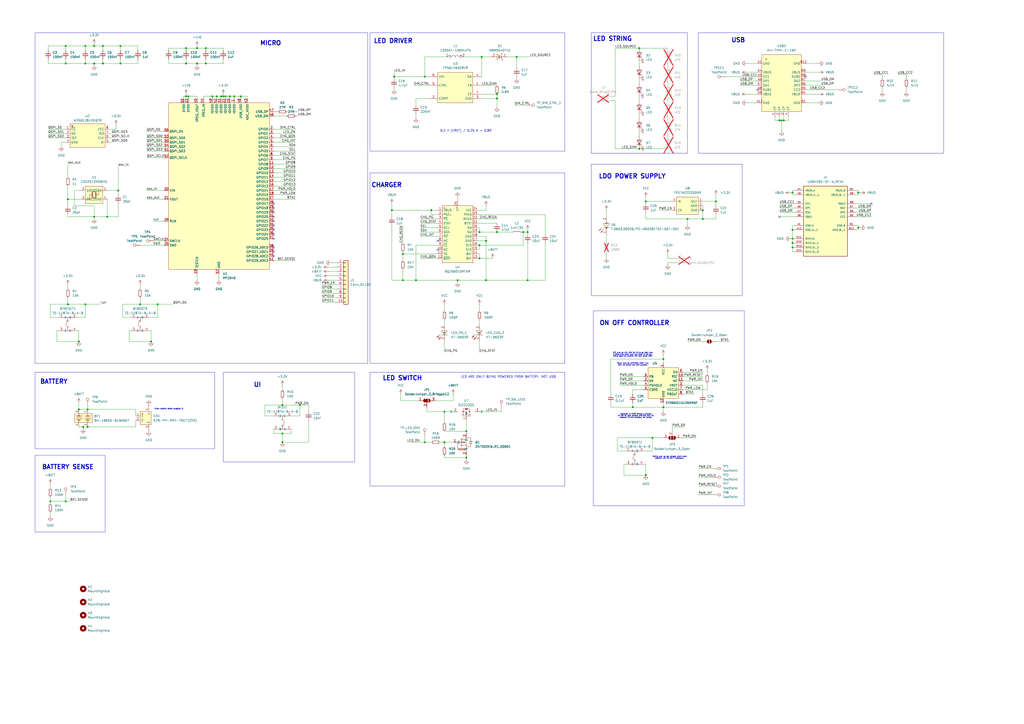
<source format=kicad_sch>
(kicad_sch (version 20231120) (generator "eeschema") (generator_version "8.0")
  (paper "A2")
  (junction (at 265.43 162.56))
  (junction (at 459.74 143.51))
  (junction (at 288.29 54.61))
  (junction (at 163.83 251.46))
  (junction (at 306.07 162.56))
  (junction (at 50.8 247.65))
  (junction (at 453.39 69.85))
  (junction (at 107.95 55.88))
  (junction (at 59.69 36.83))
  (junction (at 241.3 162.56))
  (junction (at 278.13 142.24))
  (junction (at 39.37 115.57))
  (junction (at 452.12 69.85))
  (junction (at 246.38 44.45))
  (junction (at 279.4 33.02))
  (junction (at 54.61 26.67))
  (junction (at 69.85 26.67))
  (junction (at 459.74 133.35))
  (junction (at 257.81 238.76))
  (junction (at 288.29 57.15))
  (junction (at 38.1 26.67))
  (junction (at 384.81 236.22))
  (junction (at 257.81 256.54))
  (junction (at 288.29 134.62))
  (junction (at 233.68 147.32))
  (junction (at 87.63 198.12))
  (junction (at 54.61 125.73))
  (junction (at 407.67 121.92))
  (junction (at 306.07 134.62))
  (junction (at 415.29 116.84))
  (junction (at 303.53 134.62))
  (junction (at 139.7 55.88))
  (junction (at 62.23 125.73))
  (junction (at 281.94 162.56))
  (junction (at 407.67 127))
  (junction (at 459.74 111.76))
  (junction (at 125.73 55.88))
  (junction (at 459.74 140.97))
  (junction (at 374.65 275.59))
  (junction (at 107.95 27.94))
  (junction (at 119.38 27.94))
  (junction (at 119.38 36.83))
  (junction (at 38.1 290.83))
  (junction (at 367.03 236.22))
  (junction (at 48.26 247.65))
  (junction (at 497.84 132.08))
  (junction (at 250.19 121.92))
  (junction (at 378.46 254))
  (junction (at 38.1 36.83))
  (junction (at 278.13 134.62))
  (junction (at 114.3 27.94))
  (junction (at 45.72 237.49))
  (junction (at 109.22 55.88))
  (junction (at 49.53 36.83))
  (junction (at 49.53 176.53))
  (junction (at 227.33 121.92))
  (junction (at 270.51 250.19))
  (junction (at 497.84 111.76))
  (junction (at 163.83 256.54))
  (junction (at 163.83 234.95))
  (junction (at 281.94 139.7))
  (junction (at 107.95 36.83))
  (junction (at 246.38 256.54))
  (junction (at 50.8 237.49))
  (junction (at 129.54 55.88))
  (junction (at 49.53 26.67))
  (junction (at 228.6 44.45))
  (junction (at 128.27 55.88))
  (junction (at 370.84 27.94))
  (junction (at 59.69 26.67))
  (junction (at 278.13 149.86))
  (junction (at 69.85 36.83))
  (junction (at 133.35 55.88))
  (junction (at 233.68 162.56))
  (junction (at 130.81 55.88))
  (junction (at 374.65 116.84))
  (junction (at 54.61 36.83))
  (junction (at 68.58 110.49))
  (junction (at 459.74 138.43))
  (junction (at 270.51 265.43))
  (junction (at 45.72 198.12))
  (junction (at 173.99 234.95))
  (junction (at 454.66 69.85))
  (junction (at 135.89 55.88))
  (junction (at 81.28 176.53))
  (junction (at 299.72 33.02))
  (junction (at 123.19 55.88))
  (junction (at 29.21 290.83))
  (junction (at 114.3 36.83))
  (junction (at 384.81 208.28))
  (junction (at 39.37 176.53))
  (junction (at 91.44 176.53))
  (junction (at 370.84 86.36))
  (junction (at 398.78 127))
  (no_connect (at 158.75 120.65))
  (no_connect (at 467.36 44.45))
  (no_connect (at 158.75 138.43))
  (no_connect (at 158.75 135.89))
  (no_connect (at 158.75 143.51))
  (no_connect (at 158.75 128.27))
  (no_connect (at 158.75 125.73))
  (no_connect (at 158.75 146.05))
  (no_connect (at 158.75 130.81))
  (no_connect (at 158.75 133.35))
  (no_connect (at 452.12 125.73))
  (no_connect (at 254 139.7))
  (no_connect (at 158.75 123.19))
  (no_connect (at 254 144.78))
  (no_connect (at 158.75 118.11))
  (no_connect (at 158.75 148.59))
  (no_connect (at 505.46 118.11))
  (no_connect (at 439.42 52.07))
  (wire (pts (xy 85.09 85.09) (xy 95.25 85.09)))
  (wire (pts (xy 467.36 36.83) (xy 474.98 36.83)))
  (wire (pts (xy 276.86 144.78) (xy 278.13 144.78)))
  (wire (pts (xy 158.75 110.49) (xy 171.45 110.49)))
  (wire (pts (xy 39.37 176.53) (xy 39.37 172.72)))
  (wire (pts (xy 123.19 57.15) (xy 123.19 55.88)))
  (wire (pts (xy 33.02 191.77) (xy 34.29 191.77)))
  (wire (pts (xy 279.4 57.15) (xy 288.29 57.15)))
  (wire (pts (xy 458.47 138.43) (xy 459.74 138.43)))
  (wire (pts (xy 109.22 55.88) (xy 107.95 55.88)))
  (wire (pts (xy 71.12 176.53) (xy 81.28 176.53)))
  (wire (pts (xy 361.95 269.24) (xy 363.22 269.24)))
  (wire (pts (xy 278.13 185.42) (xy 278.13 187.96)))
  (wire (pts (xy 48.26 247.65) (xy 50.8 247.65)))
  (wire (pts (xy 158.75 107.95) (xy 171.45 107.95)))
  (wire (pts (xy 228.6 41.91) (xy 228.6 44.45)))
  (wire (pts (xy 275.59 238.76) (xy 290.83 238.76)))
  (wire (pts (xy 276.86 147.32) (xy 278.13 147.32)))
  (wire (pts (xy 384.81 208.28) (xy 384.81 210.82)))
  (wire (pts (xy 107.95 34.29) (xy 107.95 36.83)))
  (wire (pts (xy 387.35 152.4) (xy 387.35 153.67)))
  (wire (pts (xy 27.94 74.93) (xy 38.1 74.93)))
  (wire (pts (xy 69.85 34.29) (xy 69.85 36.83)))
  (wire (pts (xy 38.1 36.83) (xy 49.53 36.83)))
  (wire (pts (xy 35.56 82.55) (xy 35.56 85.09)))
  (wire (pts (xy 405.13 271.78) (xy 414.02 271.78)))
  (wire (pts (xy 459.74 143.51) (xy 461.01 143.51)))
  (wire (pts (xy 374.65 116.84) (xy 374.65 118.11)))
  (wire (pts (xy 396.24 226.06) (xy 410.21 226.06)))
  (wire (pts (xy 158.75 105.41) (xy 171.45 105.41)))
  (wire (pts (xy 38.1 290.83) (xy 40.64 290.83)))
  (wire (pts (xy 257.81 176.53) (xy 257.81 180.34)))
  (wire (pts (xy 359.41 218.44) (xy 373.38 218.44)))
  (wire (pts (xy 370.84 55.88) (xy 370.84 58.42)))
  (wire (pts (xy 387.35 55.88) (xy 387.35 58.42)))
  (wire (pts (xy 506.73 43.18) (xy 511.81 43.18)))
  (wire (pts (xy 27.94 36.83) (xy 38.1 36.83)))
  (wire (pts (xy 158.75 115.57) (xy 171.45 115.57)))
  (wire (pts (xy 80.01 29.21) (xy 80.01 26.67)))
  (wire (pts (xy 384.81 236.22) (xy 384.81 238.76)))
  (wire (pts (xy 91.44 184.15) (xy 91.44 176.53)))
  (wire (pts (xy 288.29 54.61) (xy 288.29 57.15)))
  (wire (pts (xy 374.65 123.19) (xy 374.65 127)))
  (wire (pts (xy 39.37 125.73) (xy 39.37 124.46)))
  (wire (pts (xy 38.1 287.02) (xy 38.1 290.83)))
  (wire (pts (xy 242.57 232.41) (xy 232.41 232.41)))
  (wire (pts (xy 374.65 269.24) (xy 374.65 275.59)))
  (wire (pts (xy 262.89 232.41) (xy 262.89 228.6)))
  (wire (pts (xy 278.13 134.62) (xy 288.29 134.62)))
  (wire (pts (xy 356.87 58.42) (xy 356.87 86.36)))
  (wire (pts (xy 190.5 162.56) (xy 195.58 162.56)))
  (wire (pts (xy 276.86 139.7) (xy 281.94 139.7)))
  (wire (pts (xy 281.94 121.92) (xy 281.94 119.38)))
  (wire (pts (xy 265.43 162.56) (xy 265.43 163.83)))
  (wire (pts (xy 191.77 152.4) (xy 195.58 152.4)))
  (wire (pts (xy 186.69 165.1) (xy 195.58 165.1)))
  (wire (pts (xy 27.94 77.47) (xy 38.1 77.47)))
  (wire (pts (xy 80.01 34.29) (xy 80.01 36.83)))
  (wire (pts (xy 415.29 127) (xy 407.67 127)))
  (wire (pts (xy 361.95 269.24) (xy 361.95 275.59)))
  (wire (pts (xy 45.72 233.68) (xy 45.72 237.49)))
  (wire (pts (xy 158.75 85.09) (xy 171.45 85.09)))
  (wire (pts (xy 407.67 116.84) (xy 415.29 116.84)))
  (wire (pts (xy 38.1 26.67) (xy 49.53 26.67)))
  (wire (pts (xy 459.74 133.35) (xy 461.01 133.35)))
  (wire (pts (xy 107.95 27.94) (xy 97.79 27.94)))
  (wire (pts (xy 227.33 125.73) (xy 227.33 121.92)))
  (wire (pts (xy 497.84 130.81) (xy 497.84 132.08)))
  (wire (pts (xy 429.26 46.99) (xy 439.42 46.99)))
  (wire (pts (xy 85.09 76.2) (xy 95.25 76.2)))
  (wire (pts (xy 370.84 66.04) (xy 370.84 68.58)))
  (wire (pts (xy 45.72 237.49) (xy 50.8 237.49)))
  (wire (pts (xy 243.84 129.54) (xy 254 129.54)))
  (wire (pts (xy 44.45 184.15) (xy 49.53 184.15)))
  (wire (pts (xy 459.74 140.97) (xy 461.01 140.97)))
  (wire (pts (xy 27.94 26.67) (xy 38.1 26.67)))
  (wire (pts (xy 39.37 107.95) (xy 39.37 115.57)))
  (wire (pts (xy 374.65 127) (xy 398.78 127)))
  (wire (pts (xy 43.18 119.38) (xy 54.61 119.38)))
  (wire (pts (xy 351.79 146.05) (xy 351.79 149.86)))
  (wire (pts (xy 265.43 114.3) (xy 265.43 116.84)))
  (wire (pts (xy 233.68 156.21) (xy 233.68 162.56)))
  (wire (pts (xy 392.43 149.86) (xy 387.35 149.86)))
  (wire (pts (xy 119.38 27.94) (xy 119.38 29.21)))
  (wire (pts (xy 459.74 146.05) (xy 459.74 143.51)))
  (wire (pts (xy 233.68 162.56) (xy 241.3 162.56)))
  (wire (pts (xy 276.86 149.86) (xy 278.13 149.86)))
  (wire (pts (xy 85.09 91.44) (xy 95.25 91.44)))
  (wire (pts (xy 511.81 45.72) (xy 511.81 43.18)))
  (wire (pts (xy 290.83 238.76) (xy 290.83 236.22)))
  (wire (pts (xy 281.94 139.7) (xy 281.94 162.56)))
  (wire (pts (xy 281.94 137.16) (xy 281.94 139.7)))
  (wire (pts (xy 135.89 57.15) (xy 135.89 55.88)))
  (wire (pts (xy 254 124.46) (xy 250.19 124.46)))
  (wire (pts (xy 63.5 80.01) (xy 64.77 80.01)))
  (wire (pts (xy 361.95 275.59) (xy 374.65 275.59)))
  (wire (pts (xy 303.53 134.62) (xy 306.07 134.62)))
  (wire (pts (xy 119.38 34.29) (xy 119.38 36.83)))
  (wire (pts (xy 389.89 247.65) (xy 397.51 247.65)))
  (wire (pts (xy 384.81 236.22) (xy 407.67 236.22)))
  (wire (pts (xy 359.41 223.52) (xy 373.38 223.52)))
  (wire (pts (xy 67.31 74.93) (xy 63.5 74.93)))
  (wire (pts (xy 396.24 215.9) (xy 407.67 215.9)))
  (wire (pts (xy 410.21 226.06) (xy 410.21 222.25)))
  (wire (pts (xy 158.75 113.03) (xy 171.45 113.03)))
  (wire (pts (xy 54.61 36.83) (xy 59.69 36.83)))
  (wire (pts (xy 129.54 34.29) (xy 129.54 36.83)))
  (wire (pts (xy 86.36 248.92) (xy 86.36 250.19)))
  (wire (pts (xy 233.68 130.81) (xy 233.68 140.97)))
  (wire (pts (xy 389.89 116.84) (xy 374.65 116.84)))
  (wire (pts (xy 143.51 55.88) (xy 139.7 55.88)))
  (wire (pts (xy 405.13 276.86) (xy 414.02 276.86)))
  (wire (pts (xy 50.8 247.65) (xy 78.74 247.65)))
  (wire (pts (xy 257.81 250.19) (xy 270.51 250.19)))
  (wire (pts (xy 158.75 100.33) (xy 171.45 100.33)))
  (wire (pts (xy 398.78 198.12) (xy 407.67 198.12)))
  (wire (pts (xy 288.29 57.15) (xy 288.29 62.23)))
  (wire (pts (xy 179.07 234.95) (xy 179.07 238.76)))
  (wire (pts (xy 449.58 67.31) (xy 449.58 69.85)))
  (wire (pts (xy 166.37 64.77) (xy 172.72 64.77)))
  (wire (pts (xy 45.72 191.77) (xy 45.72 198.12)))
  (wire (pts (xy 459.74 138.43) (xy 461.01 138.43)))
  (wire (pts (xy 29.21 290.83) (xy 29.21 292.1)))
  (wire (pts (xy 69.85 26.67) (xy 80.01 26.67)))
  (wire (pts (xy 461.01 110.49) (xy 459.74 110.49)))
  (wire (pts (xy 354.33 228.6) (xy 354.33 208.28)))
  (wire (pts (xy 29.21 176.53) (xy 39.37 176.53)))
  (wire (pts (xy 232.41 232.41) (xy 232.41 228.6)))
  (wire (pts (xy 81.28 142.24) (xy 95.25 142.24)))
  (wire (pts (xy 496.57 133.35) (xy 497.84 133.35)))
  (wire (pts (xy 118.11 57.15) (xy 118.11 55.88)))
  (wire (pts (xy 459.74 133.35) (xy 459.74 138.43)))
  (wire (pts (xy 279.4 44.45) (xy 279.4 33.02)))
  (wire (pts (xy 38.1 34.29) (xy 38.1 36.83)))
  (wire (pts (xy 250.19 121.92) (xy 227.33 121.92)))
  (wire (pts (xy 303.53 134.62) (xy 302.26 134.62)))
  (wire (pts (xy 303.53 142.24) (xy 303.53 134.62)))
  (wire (pts (xy 46.99 115.57) (xy 39.37 115.57)))
  (wire (pts (xy 139.7 55.88) (xy 135.89 55.88)))
  (wire (pts (xy 86.36 184.15) (xy 91.44 184.15)))
  (wire (pts (xy 50.8 234.95) (xy 50.8 237.49)))
  (wire (pts (xy 407.67 119.38) (xy 407.67 121.92)))
  (wire (pts (xy 163.83 251.46) (xy 163.83 256.54)))
  (wire (pts (xy 29.21 288.29) (xy 29.21 290.83)))
  (wire (pts (xy 373.38 261.62) (xy 378.46 261.62)))
  (wire (pts (xy 129.54 55.88) (xy 129.54 54.61)))
  (wire (pts (xy 74.93 191.77) (xy 76.2 191.77)))
  (wire (pts (xy 496.57 118.11) (xy 505.46 118.11)))
  (wire (pts (xy 59.69 26.67) (xy 59.69 29.21)))
  (wire (pts (xy 415.29 119.38) (xy 415.29 116.84)))
  (wire (pts (xy 398.78 127) (xy 407.67 127)))
  (wire (pts (xy 255.27 256.54) (xy 257.81 256.54)))
  (wire (pts (xy 454.66 67.31) (xy 454.66 69.85)))
  (wire (pts (xy 288.29 134.62) (xy 297.18 134.62)))
  (wire (pts (xy 158.75 77.47) (xy 171.45 77.47)))
  (wire (pts (xy 227.33 118.11) (xy 227.33 121.92)))
  (wire (pts (xy 378.46 254) (xy 384.81 254)))
  (wire (pts (xy 278.13 198.12) (xy 278.13 204.47)))
  (wire (pts (xy 497.84 132.08) (xy 499.11 132.08)))
  (wire (pts (xy 91.44 176.53) (xy 100.33 176.53)))
  (wire (pts (xy 496.57 113.03) (xy 497.84 113.03)))
  (wire (pts (xy 257.81 198.12) (xy 257.81 204.47)))
  (wire (pts (xy 405.13 281.94) (xy 414.02 281.94)))
  (wire (pts (xy 389.89 250.19) (xy 389.89 247.65)))
  (wire (pts (xy 129.54 55.88) (xy 130.81 55.88)))
  (wire (pts (xy 461.01 113.03) (xy 459.74 113.03)))
  (wire (pts (xy 29.21 184.15) (xy 34.29 184.15)))
  (wire (pts (xy 163.83 223.52) (xy 163.83 226.06)))
  (wire (pts (xy 247.65 238.76) (xy 257.81 238.76)))
  (wire (pts (xy 382.27 121.92) (xy 389.89 121.92)))
  (wire (pts (xy 85.09 87.63) (xy 95.25 87.63)))
  (wire (pts (xy 241.3 57.15) (xy 241.3 60.96)))
  (wire (pts (xy 306.07 135.89) (xy 306.07 134.62)))
  (wire (pts (xy 163.83 234.95) (xy 163.83 231.14)))
  (wire (pts (xy 114.3 27.94) (xy 119.38 27.94)))
  (wire (pts (xy 459.74 140.97) (xy 459.74 138.43)))
  (wire (pts (xy 373.38 269.24) (xy 374.65 269.24)))
  (wire (pts (xy 370.84 27.94) (xy 387.35 27.94)))
  (wire (pts (xy 158.75 67.31) (xy 166.37 67.31)))
  (wire (pts (xy 78.74 237.49) (xy 78.74 241.3)))
  (wire (pts (xy 457.2 69.85) (xy 454.66 69.85)))
  (wire (pts (xy 459.74 113.03) (xy 459.74 111.76)))
  (wire (pts (xy 123.19 55.88) (xy 125.73 55.88)))
  (wire (pts (xy 461.01 146.05) (xy 459.74 146.05)))
  (wire (pts (xy 354.33 236.22) (xy 367.03 236.22)))
  (wire (pts (xy 496.57 130.81) (xy 497.84 130.81)))
  (wire (pts (xy 129.54 29.21) (xy 129.54 27.94)))
  (wire (pts (xy 525.78 45.72) (xy 525.78 43.18)))
  (wire (pts (xy 243.84 137.16) (xy 254 137.16)))
  (wire (pts (xy 186.69 175.26) (xy 195.58 175.26)))
  (wire (pts (xy 68.58 110.49) (xy 68.58 113.03)))
  (wire (pts (xy 459.74 111.76) (xy 458.47 111.76)))
  (wire (pts (xy 384.81 205.74) (xy 384.81 208.28)))
  (wire (pts (xy 306.07 162.56) (xy 281.94 162.56)))
  (wire (pts (xy 467.36 41.91) (xy 474.98 41.91)))
  (wire (pts (xy 407.67 223.52) (xy 407.67 228.6)))
  (wire (pts (xy 396.24 223.52) (xy 407.67 223.52)))
  (wire (pts (xy 270.51 243.84) (xy 270.51 250.19)))
  (wire (pts (xy 387.35 35.56) (xy 387.35 38.1)))
  (wire (pts (xy 387.35 45.72) (xy 387.35 48.26)))
  (wire (pts (xy 119.38 36.83) (xy 129.54 36.83)))
  (wire (pts (xy 158.75 248.92) (xy 158.75 251.46)))
  (wire (pts (xy 243.84 132.08) (xy 254 132.08)))
  (wire (pts (xy 299.72 39.37) (xy 299.72 33.02)))
  (wire (pts (xy 106.68 55.88) (xy 107.95 55.88)))
  (wire (pts (xy 299.72 33.02) (xy 294.64 33.02)))
  (wire (pts (xy 173.99 234.95) (xy 179.07 234.95)))
  (wire (pts (xy 433.07 41.91) (xy 439.42 41.91)))
  (wire (pts (xy 63.5 82.55) (xy 64.77 82.55)))
  (wire (pts (xy 128.27 55.88) (xy 129.54 55.88)))
  (wire (pts (xy 86.36 234.95) (xy 86.36 236.22)))
  (wire (pts (xy 359.41 220.98) (xy 373.38 220.98)))
  (wire (pts (xy 279.4 54.61) (xy 288.29 54.61)))
  (wire (pts (xy 50.8 237.49) (xy 78.74 237.49)))
  (wire (pts (xy 190.5 157.48) (xy 195.58 157.48)))
  (wire (pts (xy 114.3 26.67) (xy 114.3 27.94)))
  (wire (pts (xy 59.69 34.29) (xy 59.69 36.83)))
  (wire (pts (xy 396.24 228.6) (xy 402.59 228.6)))
  (wire (pts (xy 38.1 26.67) (xy 38.1 29.21)))
  (wire (pts (xy 179.07 243.84) (xy 179.07 256.54)))
  (wire (pts (xy 227.33 130.81) (xy 227.33 162.56)))
  (wire (pts (xy 163.83 234.95) (xy 173.99 234.95)))
  (wire (pts (xy 496.57 110.49) (xy 497.84 110.49)))
  (wire (pts (xy 410.21 214.63) (xy 410.21 217.17)))
  (wire (pts (xy 29.21 184.15) (xy 29.21 176.53)))
  (wire (pts (xy 370.84 76.2) (xy 370.84 78.74)))
  (wire (pts (xy 452.12 120.65) (xy 461.01 120.65)))
  (wire (pts (xy 356.87 55.88) (xy 356.87 27.94)))
  (wire (pts (xy 467.36 52.07) (xy 486.41 52.07)))
  (wire (pts (xy 467.36 59.69) (xy 474.98 59.69)))
  (wire (pts (xy 243.84 134.62) (xy 254 134.62)))
  (wire (pts (xy 158.75 87.63) (xy 171.45 87.63)))
  (wire (pts (xy 276.86 142.24) (xy 278.13 142.24)))
  (wire (pts (xy 125.73 55.88) (xy 128.27 55.88)))
  (wire (pts (xy 351.79 121.92) (xy 351.79 125.73)))
  (wire (pts (xy 71.12 184.15) (xy 76.2 184.15)))
  (wire (pts (xy 85.09 115.57) (xy 95.25 115.57)))
  (wire (pts (xy 248.92 44.45) (xy 246.38 44.45)))
  (wire (pts (xy 127 158.75) (xy 127 162.56)))
  (wire (pts (xy 240.03 49.53) (xy 248.92 49.53)))
  (wire (pts (xy 246.38 252.73) (xy 246.38 256.54)))
  (wire (pts (xy 467.36 46.99) (xy 476.25 46.99)))
  (wire (pts (xy 461.01 130.81) (xy 459.74 130.81)))
  (wire (pts (xy 43.18 110.49) (xy 43.18 119.38)))
  (wire (pts (xy 39.37 176.53) (xy 49.53 176.53)))
  (wire (pts (xy 27.94 34.29) (xy 27.94 36.83)))
  (wire (pts (xy 306.07 140.97) (xy 306.07 162.56)))
  (wire (pts (xy 358.14 261.62) (xy 358.14 254)))
  (wire (pts (xy 270.51 264.16) (xy 270.51 265.43)))
  (wire (pts (xy 276.86 129.54) (xy 288.29 129.54)))
  (wire (pts (xy 49.53 26.67) (xy 49.53 29.21)))
  (wire (pts (xy 433.07 59.69) (xy 439.42 59.69)))
  (wire (pts (xy 67.31 72.39) (xy 67.31 74.93)))
  (wire (pts (xy 453.39 69.85) (xy 453.39 76.2)))
  (wire (pts (xy 378.46 261.62) (xy 378.46 254)))
  (wire (pts (xy 168.91 248.92) (xy 168.91 251.46)))
  (wire (pts (xy 114.3 57.15) (xy 114.3 55.88)))
  (wire (pts (xy 449.58 69.85) (xy 452.12 69.85)))
  (wire (pts (xy 281.94 162.56) (xy 265.43 162.56)))
  (wire (pts (xy 278.13 142.24) (xy 303.53 142.24)))
  (wire (pts (xy 186.69 172.72) (xy 195.58 172.72)))
  (wire (pts (xy 49.53 176.53) (xy 58.42 176.53)))
  (wire (pts (xy 452.12 69.85) (xy 453.39 69.85)))
  (wire (pts (xy 88.9 128.27) (xy 95.25 128.27)))
  (wire (pts (xy 254 147.32) (xy 233.68 147.32)))
  (wire (pts (xy 45.72 247.65) (xy 48.26 247.65)))
  (wire (pts (xy 257.81 238.76) (xy 257.81 245.11)))
  (wire (pts (xy 48.26 247.65) (xy 48.26 248.92)))
  (wire (pts (xy 130.81 55.88) (xy 133.35 55.88)))
  (wire (pts (xy 114.3 36.83) (xy 107.95 36.83)))
  (wire (pts (xy 452.12 123.19) (xy 461.01 123.19)))
  (wire (pts (xy 69.85 36.83) (xy 80.01 36.83)))
  (wire (pts (xy 392.43 152.4) (xy 387.35 152.4)))
  (wire (pts (xy 74.93 198.12) (xy 87.63 198.12)))
  (wire (pts (xy 81.28 165.1) (xy 81.28 167.64)))
  (wire (pts (xy 168.91 241.3) (xy 173.99 241.3)))
  (wire (pts (xy 33.02 198.12) (xy 45.72 198.12)))
  (wire (pts (xy 278.13 176.53) (xy 278.13 180.34)))
  (wire (pts (xy 86.36 191.77) (xy 87.63 191.77)))
  (wire (pts (xy 356.87 86.36) (xy 370.84 86.36)))
  (wire (pts (xy 387.35 76.2) (xy 387.35 78.74)))
  (wire (pts (xy 243.84 149.86) (xy 254 149.86)))
  (wire (pts (xy 254 121.92) (xy 250.19 121.92)))
  (wire (pts (xy 190.5 154.94) (xy 195.58 154.94)))
  (wire (pts (xy 497.84 133.35) (xy 497.84 132.08)))
  (wire (pts (xy 459.74 143.51) (xy 459.74 140.97)))
  (wire (pts (xy 46.99 110.49) (xy 43.18 110.49)))
  (wire (pts (xy 398.78 127) (xy 398.78 130.81)))
  (wire (pts (xy 158.75 251.46) (xy 163.83 251.46)))
  (wire (pts (xy 158.75 102.87) (xy 171.45 102.87)))
  (wire (pts (xy 153.67 241.3) (xy 153.67 234.95)))
  (wire (pts (xy 351.79 135.89) (xy 351.79 140.97)))
  (wire (pts (xy 27.94 29.21) (xy 27.94 26.67)))
  (wire (pts (xy 171.45 67.31) (xy 172.72 67.31)))
  (wire (pts (xy 276.86 137.16) (xy 281.94 137.16)))
  (wire (pts (xy 269.24 33.02) (xy 279.4 33.02)))
  (wire (pts (xy 316.23 140.97) (xy 316.23 162.56)))
  (wire (pts (xy 125.73 55.88) (xy 125.73 57.15)))
  (wire (pts (xy 85.09 82.55) (xy 95.25 82.55)))
  (wire (pts (xy 299.72 33.02) (xy 307.34 33.02)))
  (wire (pts (xy 278.13 147.32) (xy 278.13 149.86)))
  (wire (pts (xy 415.29 124.46) (xy 415.29 127)))
  (wire (pts (xy 59.69 26.67) (xy 69.85 26.67)))
  (wire (pts (xy 367.03 236.22) (xy 384.81 236.22)))
  (wire (pts (xy 228.6 44.45) (xy 228.6 45.72)))
  (wire (pts (xy 39.37 95.25) (xy 39.37 102.87)))
  (wire (pts (xy 407.67 236.22) (xy 407.67 233.68)))
  (wire (pts (xy 276.86 134.62) (xy 278.13 134.62)))
  (wire (pts (xy 356.87 27.94) (xy 370.84 27.94)))
  (wire (pts (xy 354.33 58.42) (xy 356.87 58.42)))
  (wire (pts (xy 54.61 125.73) (xy 39.37 125.73)))
  (wire (pts (xy 433.07 54.61) (xy 439.42 54.61)))
  (wire (pts (xy 158.75 97.79) (xy 171.45 97.79)))
  (wire (pts (xy 415.29 198.12) (xy 422.91 198.12)))
  (wire (pts (xy 459.74 130.81) (xy 459.74 133.35)))
  (wire (pts (xy 227.33 162.56) (xy 233.68 162.56)))
  (wire (pts (xy 246.38 44.45) (xy 228.6 44.45)))
  (wire (pts (xy 62.23 125.73) (xy 54.61 125.73)))
  (wire (pts (xy 107.95 27.94) (xy 107.95 29.21)))
  (wire (pts (xy 49.53 184.15) (xy 49.53 176.53)))
  (wire (pts (xy 467.36 49.53) (xy 476.25 49.53)))
  (wire (pts (xy 158.75 92.71) (xy 171.45 92.71)))
  (wire (pts (xy 190.5 160.02) (xy 195.58 160.02)))
  (wire (pts (xy 139.7 55.88) (xy 139.7 57.15)))
  (wire (pts (xy 54.61 26.67) (xy 54.61 25.4)))
  (wire (pts (xy 433.07 36.83) (xy 439.42 36.83)))
  (wire (pts (xy 243.84 127) (xy 254 127)))
  (wire (pts (xy 525.78 50.8) (xy 525.78 53.34)))
  (wire (pts (xy 511.81 50.8) (xy 511.81 53.34)))
  (wire (pts (xy 158.75 80.01) (xy 171.45 80.01)))
  (wire (pts (xy 387.35 66.04) (xy 387.35 68.58)))
  (wire (pts (xy 173.99 241.3) (xy 173.99 234.95)))
  (wire (pts (xy 467.36 54.61) (xy 474.98 54.61)))
  (wire (pts (xy 246.38 33.02) (xy 246.38 44.45)))
  (wire (pts (xy 49.53 34.29) (xy 49.53 36.83)))
  (wire (pts (xy 107.95 55.88) (xy 107.95 54.61)))
  (wire (pts (xy 69.85 26.67) (xy 69.85 29.21)))
  (wire (pts (xy 241.3 142.24) (xy 241.3 162.56)))
  (wire (pts (xy 236.22 256.54) (xy 246.38 256.54)))
  (wire (pts (xy 114.3 27.94) (xy 107.95 27.94)))
  (wire (pts (xy 396.24 218.44) (xy 407.67 218.44)))
  (wire (pts (xy 429.26 49.53) (xy 439.42 49.53)))
  (wire (pts (xy 246.38 256.54) (xy 250.19 256.54)))
  (wire (pts (xy 415.29 116.84) (xy 415.29 113.03)))
  (wire (pts (xy 233.68 147.32) (xy 233.68 146.05)))
  (wire (pts (xy 316.23 162.56) (xy 306.07 162.56)))
  (wire (pts (xy 250.19 124.46) (xy 250.19 121.92)))
  (wire (pts (xy 71.12 184.15) (xy 71.12 176.53)))
  (wire (pts (xy 114.3 158.75) (xy 114.3 162.56)))
  (wire (pts (xy 358.14 261.62) (xy 363.22 261.62)))
  (wire (pts (xy 158.75 90.17) (xy 171.45 90.17)))
  (wire (pts (xy 78.74 247.65) (xy 78.74 243.84)))
  (wire (pts (xy 49.53 26.67) (xy 54.61 26.67)))
  (wire (pts (xy 278.13 132.08) (xy 278.13 134.62)))
  (wire (pts (xy 279.4 49.53) (xy 288.29 49.53)))
  (wire (pts (xy 278.13 149.86) (xy 285.75 149.86)))
  (wire (pts (xy 158.75 74.93) (xy 171.45 74.93)))
  (wire (pts (xy 158.75 64.77) (xy 161.29 64.77)))
  (wire (pts (xy 252.73 232.41) (xy 262.89 232.41)))
  (wire (pts (xy 54.61 119.38) (xy 54.61 125.73)))
  (wire (pts (xy 257.81 185.42) (xy 257.81 187.96)))
  (wire (pts (xy 407.67 121.92) (xy 407.67 127)))
  (wire (pts (xy 168.91 251.46) (xy 163.83 251.46)))
  (wire (pts (xy 246.38 33.02) (xy 259.08 33.02)))
  (wire (pts (xy 276.86 127) (xy 288.29 127)))
  (wire (pts (xy 54.61 36.83) (xy 54.61 38.1)))
  (wire (pts (xy 384.81 233.68) (xy 384.81 236.22)))
  (wire (pts (xy 85.09 80.01) (xy 95.25 80.01)))
  (wire (pts (xy 278.13 144.78) (xy 278.13 142.24)))
  (wire (pts (xy 279.4 33.02) (xy 284.48 33.02)))
  (wire (pts (xy 133.35 55.88) (xy 135.89 55.88)))
  (wire (pts (xy 158.75 95.25) (xy 171.45 95.25)))
  (wire (pts (xy 38.1 82.55) (xy 35.56 82.55)))
  (wire (pts (xy 158.75 151.13) (xy 171.45 151.13)))
  (wire (pts (xy 97.79 27.94) (xy 97.79 29.21)))
  (wire (pts (xy 39.37 115.57) (xy 39.37 119.38)))
  (wire (pts (xy 370.84 86.36) (xy 387.35 86.36)))
  (wire (pts (xy 241.3 66.04) (xy 241.3 68.58)))
  (wire (pts (xy 27.94 80.01) (xy 38.1 80.01)))
  (wire (pts (xy 367.03 226.06) (xy 373.38 226.06)))
  (wire (pts (xy 87.63 191.77) (xy 87.63 198.12)))
  (wire (pts (xy 520.7 43.18) (xy 525.78 43.18)))
  (wire (pts (xy 88.9 139.7) (xy 95.25 139.7)))
  (wire (pts (xy 153.67 234.95) (xy 163.83 234.95)))
  (wire (pts (xy 354.33 208.28) (xy 384.81 208.28)))
  (wire (pts (xy 396.24 220.98) (xy 407.67 220.98)))
  (wire (pts (xy 106.68 55.88) (xy 106.68 57.15)))
  (wire (pts (xy 44.45 191.77) (xy 45.72 191.77)))
  (wire (pts (xy 62.23 115.57) (xy 62.23 125.73)))
  (wire (pts (xy 374.65 114.3) (xy 374.65 116.84)))
  (wire (pts (xy 452.12 125.73) (xy 461.01 125.73)))
  (wire (pts (xy 405.13 287.02) (xy 414.02 287.02)))
  (wire (pts (xy 114.3 38.1) (xy 114.3 36.83)))
  (wire (pts (xy 457.2 67.31) (xy 457.2 69.85)))
  (wire (pts (xy 128.27 55.88) (xy 128.27 57.15)))
  (wire (pts (xy 97.79 36.83) (xy 97.79 34.29)))
  (wire (pts (xy 367.03 228.6) (xy 367.03 226.06)))
  (wire (pts (xy 276.86 132.08) (xy 278.13 132.08)))
  (wire (pts (xy 358.14 254) (xy 378.46 254)))
  (wire (pts (xy 158.75 82.55) (xy 171.45 82.55)))
  (wire (pts (xy 370.84 35.56) (xy 370.84 38.1)))
  (wire (pts (xy 270.51 265.43) (xy 270.51 266.7)))
  (wire (pts (xy 306.07 133.35) (xy 306.07 134.62)))
  (wire (pts (xy 497.84 111.76) (xy 499.11 111.76)))
  (wire (pts (xy 119.38 27.94) (xy 129.54 27.94)))
  (wire (pts (xy 29.21 297.18) (xy 29.21 299.72)))
  (wire (pts (xy 109.22 55.88) (xy 114.3 55.88)))
  (wire (pts (xy 158.75 241.3) (xy 153.67 241.3)))
  (wire (pts (xy 248.92 57.15) (xy 241.3 57.15)))
  (wire (pts (xy 316.23 124.46) (xy 316.23 135.89)))
  (wire (pts (xy 367.03 233.68) (xy 367.03 236.22)))
  (wire (pts (xy 257.81 264.16) (xy 257.81 265.43)))
  (wire (pts (xy 33.02 191.77) (xy 33.02 198.12)))
  (wire (pts (xy 298.45 60.96) (xy 306.07 60.96)))
  (wire (pts (xy 394.97 254) (xy 403.86 254)))
  (wire (pts (xy 241.3 162.56) (xy 265.43 162.56)))
  (wire (pts (xy 233.68 147.32) (xy 233.68 151.13)))
  (wire (pts (xy 452.12 67.31) (xy 452.12 69.85)))
  (wire (pts (xy 109.22 57.15) (xy 109.22 55.88)))
  (wire (pts (xy 257.81 256.54) (xy 257.81 259.08)))
  (wire (pts (xy 354.33 233.68) (xy 354.33 236.22)))
  (wire (pts (xy 85.09 110.49) (xy 95.25 110.49)))
  (wire (pts (xy 254 142.24) (xy 241.3 142.24)))
  (wire (pts (xy 29.21 280.67) (xy 29.21 283.21)))
  (wire (pts (xy 143.51 57.15) (xy 143.51 55.88)))
  (wire (pts (xy 81.28 176.53) (xy 81.28 172.72)))
  (wire (pts (xy 68.58 96.52) (xy 68.58 110.49)))
  (wire (pts (xy 59.69 36.83) (xy 69.85 36.83)))
  (wire (pts (xy 496.57 125.73) (xy 505.46 125.73)))
  (wire (pts (xy 496.57 123.19) (xy 505.46 123.19)))
  (wire (pts (xy 257.81 256.54) (xy 262.89 256.54)))
  (wire (pts (xy 497.84 113.03) (xy 497.84 111.76)))
  (wire (pts (xy 257.81 238.76) (xy 265.43 238.76)))
  (wire (pts (xy 81.28 176.53) (xy 91.44 176.53)))
  (wire (pts (xy 130.81 55.88) (xy 130.81 57.15)))
  (wire (pts (xy 496.57 120.65) (xy 505.46 120.65)))
  (wire (pts (xy 29.21 290.83) (xy 38.1 290.83)))
  (wire (pts (xy 68.58 125.73) (xy 62.23 125.73)))
  (wire (pts (xy 54.61 26.67) (xy 59.69 26.67)))
  (wire (pts (xy 186.69 167.64) (xy 195.58 167.64)))
  (wire (pts (xy 276.86 124.46) (xy 316.23 124.46)))
  (wire (pts (xy 454.66 69.85) (xy 453.39 69.85)))
  (wire (pts (xy 459.74 110.49) (xy 459.74 111.76)))
  (wire (pts (xy 49.53 36.83) (xy 54.61 36.83)))
  (wire (pts (xy 276.86 121.92) (xy 281.94 121.92)))
  (wire (pts (xy 114.3 36.83) (xy 119.38 36.83)))
  (wire (pts (xy 163.83 256.54) (xy 179.07 256.54)))
  (wire (pts (xy 257.81 265.43) (xy 270.51 265.43)))
  (wire (pts (xy 118.11 55.88) (xy 123.19 55.88)))
  (wire (pts (xy 63.5 77.47) (xy 64.77 77.47)))
  (wire (pts (xy 387.35 149.86) (xy 387.35 147.32)))
  (wire (pts (xy 247.65 238.76) (xy 247.65 236.22)))
  (wire (pts (xy 54.61 125.73) (xy 54.61 127)))
  (wire (pts (xy 299.72 44.45) (xy 299.72 45.72)))
  (wire (pts (xy 39.37 165.1) (xy 39.37 167.64)))
  (wire (pts (xy 420.37 44.45) (xy 439.42 44.45)))
  (wire (pts (xy 62.23 110.49) (xy 68.58 110.49)))
  (wire (pts (xy 186.69 170.18) (xy 195.58 170.18)))
  (wire (pts (xy 452.12 118.11) (xy 461.01 118.11)))
  (wire (pts (xy 228.6 50.8) (xy 228.6 52.07)))
  (wire (pts (xy 133.35 55.88) (xy 133.35 57.15)))
  (wire (pts (xy 497.84 110.49) (xy 497.84 111.76)))
  (wire (pts (xy 354.33 55.88) (xy 356.87 55.88)))
  (wire (pts (xy 270.51 250.19) (xy 270.51 251.46)))
  (wire (pts (xy 68.58 118.11) (xy 68.58 125.73)))
  (wire (pts (xy 74.93 191.77) (xy 74.93 198.12)))
  (wire (pts (xy 370.84 45.72) (xy 370.84 48.26)))
  (wire (pts (xy 107.95 36.83) (xy 97.79 36.83)))
  (rectangle (start 214.63 215.9) (end 327.66 281.94))
  (rectangle (start 20.32 264.16) (end 60.96 308.61))
  (rectangle (start 129.54 215.9) (end 205.74 267.97))
  (rectangle (start 214.63 19.05) (end 327.66 87.63))
  (rectangle (start 20.32 215.9) (end 124.46 260.35))
  (rectangle (start 344.17 180.34) (end 431.8 293.37))
  (rectangle (start 405.13 19.05) (end 547.37 88.9))
  (rectangle (start 20.32 19.05) (end 213.36 210.82))
  (rectangle (start 342.9 95.25) (end 430.53 171.45))
  (rectangle (start 214.63 100.33) (end 327.66 210.82))
  (rectangle (start 342.9 19.05) (end 398.78 88.9))
  (text "VCC must be min. 3.5V for EN to go high. Also\na 32ms drop below 3.3V will make EN go low.\nVCCLO goes low anytime VCC falls below 3.5V.\n\n\n\nPower must be confirmed within 1.4s\nafter the button has been pressed." (at 367.03 208.28 0) (effects (font (size 0.635 0.635))))
  (text "Capacitor at CSRD defines a timeout\nof 10s for long presses (PB+SR) that will\ndeassert EN and shutdown the device." (at 368.935 241.3 0) (effects (font (size 0.635 0.635))))
  (text "LED ARE ONLY BEING POWERED FROM BATTERY, NOT USB" (at 294.894 218.694 0) (effects (font (size 1.27 1.27))))
  (text "Check polarity before plugging in." (at 98.044 237.236 0) (effects (font (size 0.635 0.635))))
  (text "Making sure we can actuate smart reset\ntogether with PB pin if necessary.\n" (at 388.366 265.43 0) (effects (font (size 0.635 0.635))))
  (text "BATTERY" (at 31.242 221.488 0) (effects (font (size 2.54 2.54) (thickness 0.508) (bold yes))))
  (text "0.2 V [VREF] / 0.25 A = 0.8R" (at 270.256 75.946 0) (effects (font (size 1.27 1.27))))
  (text "LED SWITCH" (at 233.426 219.456 0) (effects (font (size 2.54 2.54) (thickness 0.508) (bold yes))))
  (text "LED STRING" (at 355.346 22.606 0) (effects (font (size 2.54 2.54) (thickness 0.508) (bold yes))))
  (text "ON OFF CONTROLLER\n" (at 368.046 187.452 0) (effects (font (size 2.54 2.54) (thickness 0.508) (bold yes))))
  (text "UI" (at 149.352 223.266 0) (effects (font (size 2.54 2.54) (thickness 0.508) (bold yes))))
  (text "CHARGER" (at 224.282 107.442 0) (effects (font (size 2.54 2.54) (thickness 0.508) (bold yes))))
  (text "LDO POWER SUPPLY" (at 366.776 102.362 0) (effects (font (size 2.54 2.54) (thickness 0.508) (bold yes))))
  (text "LED DRIVER" (at 228.092 23.876 0) (effects (font (size 2.54 2.54) (thickness 0.508) (bold yes))))
  (text "USB" (at 428.244 23.368 0) (effects (font (size 2.54 2.54) (thickness 0.508) (bold yes))))
  (text "BATTERY SENSE" (at 39.37 271.018 0) (effects (font (size 2.54 2.54) (thickness 0.508) (bold yes))))
  (text "MICRO" (at 156.972 25.146 0) (effects (font (size 2.54 2.54) (thickness 0.508) (bold yes))))
  (label "GPIO11" (at 171.45 102.87 180))
  (label "PWR_HOLD" (at 171.45 110.49 180))
  (label "PWR_HOLD" (at 359.41 223.52 0))
  (label "SCL" (at 243.84 132.08 0))
  (label "GPIO9" (at 171.45 97.79 180))
  (label "QSPI_SCLK" (at 85.09 91.44 0))
  (label "PWR_EN" (at 405.13 271.78 0))
  (label "GPIO10" (at 171.45 100.33 180))
  (label "CHG_STAT" (at 243.84 129.54 0))
  (label "PWR_ON" (at 403.86 254 180))
  (label "run" (at 58.42 176.53 0))
  (label "USB_DM" (at 476.25 46.99 0))
  (label "PWR_ON" (at 398.78 198.12 0))
  (label "SDA" (at 171.45 85.09 180))
  (label "USB_DP" (at 476.25 49.53 0))
  (label "GPIO8" (at 186.69 167.64 0))
  (label "run" (at 88.9 128.27 0))
  (label "CHG_STAT" (at 171.45 90.17 180))
  (label "GPIO12" (at 171.45 105.41 180))
  (label "SCL" (at 171.45 87.63 180))
  (label "osc_out" (at 85.09 115.57 0))
  (label "DIM_CTRL" (at 240.03 49.53 0))
  (label "GPIO13" (at 171.45 107.95 180))
  (label "PWR_LOW" (at 171.45 113.03 180))
  (label "PWR_EN" (at 407.67 215.9 180))
  (label "BTN1" (at 171.45 115.57 180))
  (label "CHG_QON" (at 171.45 80.01 180))
  (label "USB_DP" (at 505.46 123.19 180))
  (label "USB_DM" (at 452.12 123.19 0))
  (label "SWD" (at 88.9 142.24 0))
  (label "PWR_LOW" (at 397.51 226.06 0))
  (label "QSPI_SD0" (at 64.77 82.55 0))
  (label "QSPI_SS" (at 27.94 74.93 0))
  (label "GPIO10" (at 186.69 172.72 0))
  (label "QSPI_SD2" (at 85.09 85.09 0))
  (label "SDA" (at 243.84 134.62 0))
  (label "GPIO8" (at 171.45 95.25 180))
  (label "QSPI_SD3" (at 85.09 87.63 0))
  (label "LED_SOURCE" (at 356.87 27.94 0))
  (label "BTN1" (at 402.59 228.6 180))
  (label "PWR_ON" (at 179.07 234.95 180))
  (label "CHG_PG" (at 243.84 127 0))
  (label "PWR_SR" (at 359.41 220.98 0))
  (label "USB_CC2" (at 520.7 43.18 0))
  (label "BTN1" (at 422.91 198.12 180))
  (label "GPIO9" (at 186.69 170.18 0))
  (label "LED_SOURCE" (at 307.34 33.02 0))
  (label "USB_CC1" (at 506.73 43.18 0))
  (label "PWR_INT" (at 405.13 287.02 0))
  (label "QSPI_SCLK" (at 64.77 80.01 0))
  (label "USB_CC2" (at 469.9 52.07 0))
  (label "BAT_SENSE" (at 171.45 151.13 180))
  (label "DIM_CTRL" (at 298.45 60.96 0))
  (label "USB_DP" (at 429.26 46.99 0))
  (label "CHG_REGN" (at 288.29 127 180))
  (label "QSPI_SD2" (at 27.94 80.01 0))
  (label "SWCLK" (at 88.9 139.7 0))
  (label "LED_IN" (at 228.6 41.91 0))
  (label "USB_DP" (at 172.72 64.77 0))
  (label "USB_DM" (at 429.26 49.53 0))
  (label "CHG_STAT" (at 278.13 204.47 0))
  (label "USB_CC1" (at 452.12 118.11 0))
  (label "CHG_REGN" (at 233.68 130.81 270))
  (label "PWR_INT" (at 407.67 220.98 180))
  (label "PWR_HOLD" (at 405.13 276.86 0))
  (label "CHG_INT" (at 243.84 137.16 0))
  (label "CHG_INT" (at 171.45 82.55 180))
  (label "PWR_RESET" (at 405.13 281.94 0))
  (label "USB_DM" (at 505.46 120.65 180))
  (label "LED_SINK" (at 279.4 49.53 0))
  (label "BAT_SENSE" (at 40.64 290.83 0))
  (label "QSPI_SD3" (at 64.77 77.47 0))
  (label "PWR_SR" (at 397.51 247.65 180))
  (label "CHG_PG" (at 171.45 92.71 180))
  (label "CHG_PG" (at 257.81 204.47 0))
  (label "PWR_EN" (at 186.69 165.1 0))
  (label "QSPI_SD0" (at 85.09 80.01 0))
  (label "GPIO11" (at 186.69 175.26 0))
  (label "PWR_RESET" (at 407.67 218.44 180))
  (label "PWR_ON" (at 359.41 218.44 0))
  (label "QSPI_SD1" (at 85.09 82.55 0))
  (label "osc_in" (at 68.58 96.52 0))
  (label "QSPI_SS" (at 100.33 176.53 0))
  (label "QSPI_SD1" (at 27.94 77.47 0))
  (label "LED_IN" (at 281.94 238.76 0))
  (label "LED_SINK" (at 360.68 86.36 0))
  (label "CHG_QON" (at 243.84 149.86 0))
  (label "osc_out" (at 39.37 95.25 0))
  (label "USB_CC1" (at 430.53 44.45 0))
  (label "DIM_CTRL" (at 171.45 74.93 180))
  (label "osc_in" (at 85.09 110.49 0))
  (label "LED_ON" (at 171.45 77.47 180))
  (label "USB_DM" (at 172.72 67.31 0))
  (label "PWR_EN" (at 382.27 121.92 0))
  (label "QSPI_SS" (at 85.09 76.2 0))
  (label "USB_CC2" (at 505.46 125.73 180))
  (label "LED_ON" (at 236.22 256.54 0))
  (label "USB_DP" (at 452.12 120.65 0))
  (symbol (lib_id "local:TPS61165DRVR") (at 264.16 50.8 0) (unit 1)
    (property "Reference" "U3" (at 264.16 36.83 0))
    (property "Value" "TPS61165DRVR" (at 264.16 39.37 0))
    (property "Footprint" "footprints:WSON-6_L2.0-W2.0-P0.65-TL-EP" (effects (hide yes)))
    (property "Datasheet" "https://lcsc.com/product-detail/LED-Drivers_TI_TPS61165DRVR_TPS61165DRVR_C122568.html" (effects (hide yes)))
    (property "LCSC Part" "C122568" (effects (hide yes)))
  )
  (symbol (lib_id "Device:L_Small") (at 299.72 134.62 90) (unit 1)
    (property "Reference" "L2" (at 299.72 129.54 90))
    (property "Value" "1uH/3A" (at 299.72 132.08 90))
    (property "Footprint" "Inductor_SMD:L_1008_2520Metric" (effects (hide yes)))
    (property "Datasheet" "https://mm.digikey.com/Volume0/opasdata/d220001/medias/docus/2140/CIGT252010EH1R0MNE_Spec.pdf" (effects (hide yes)))
    (property "Description" "Inductor, small symbol" (effects (hide yes)))
    (property "Digikey" "1276-6929-1-ND" (effects (hide yes)))
  )
  (symbol (lib_id "power:+3.3V") (at 415.29 113.03 0) (unit 1)
    (property "Reference" "#PWR048" (effects (hide yes)))
    (property "Value" "+3.3V" (at 417.83 111.7599 0) (effects (justify left)))
    (property "Description" "Power symbol creates a global label with name \"+3.3V\"" (effects (hide yes)))
  )
  (symbol (lib_id "power:+3.3V") (at 39.37 165.1 0) (unit 1)
    (property "Reference" "#PWR011" (effects (hide yes)))
    (property "Value" "+3.3V" (at 39.37 160.02 0))
    (property "Description" "Power symbol creates a global label with name \"+3.3V\"" (effects (hide yes)))
  )
  (symbol (lib_id "Device:C_Small") (at 288.29 132.08 0) (unit 1)
    (property "Reference" "C14" (at 290.83 130.81 0) (effects (justify left)))
    (property "Value" "47nF" (at 290.83 133.35 0) (effects (justify left)))
    (property "Footprint" "Capacitor_SMD:C_0603_1608Metric" (effects (hide yes)))
    (property "Description" "Unpolarized capacitor, small symbol" (effects (hide yes)))
    (property "Digikey" "311-1801-1-ND" (effects (hide yes)))
  )
  (symbol (lib_id "Mechanical:MountingHole") (at 48.26 349.25 0) (unit 1) (exclude_from_sim yes) (in_bom no)
    (property "Reference" "H2" (at 50.8 347.9799 0) (effects (justify left)))
    (property "Value" "MountingHole" (at 50.8 350.5199 0) (effects (justify left)))
    (property "Footprint" "MountingHole:MountingHole_3.2mm_M3_Pad_Via" (effects (hide yes)))
    (property "Description" "Mounting Hole without connection" (effects (hide yes)))
  )
  (symbol (lib_id "Device:LED") (at 370.84 31.75 90) (unit 1)
    (property "Reference" "D2" (at 374.65 32.0674 90) (effects (justify right)))
    (property "Value" "LED" (at 374.65 34.6074 90) (effects (justify right)))
    (property "Footprint" "footprints:GW JTLPS1EM" (effects (hide yes)))
    (property "Description" "Light emitting diode" (effects (hide yes)))
    (property "LCSC Part" "C5220764" (effects (hide yes)))
  )
  (symbol (lib_id "Device:LED") (at 370.84 41.91 90) (unit 1)
    (property "Reference" "D3" (at 374.65 42.2274 90) (effects (justify right)))
    (property "Value" "LED" (at 374.65 44.7674 90) (effects (justify right)))
    (property "Footprint" "footprints:GW JTLPS1EM" (effects (hide yes)))
    (property "Description" "Light emitting diode" (effects (hide yes)))
  )
  (symbol (lib_id "footprints:TS-1187A-B-A-B") (at 81.28 186.69 0) (unit 1)
    (property "Reference" "BTBOOT0" (at 81.28 179.07 0))
    (property "Value" "TS-1187A-B-A-B" (at 81.28 181.61 0))
    (property "Footprint" "footprints:SW-SMD_4P-L5.1-W5.1-P3.70-LS6.5-TL-2" (effects (hide yes)))
    (property "Datasheet" "https://lcsc.com/product-detail/Tactile-Switches_XKB-Enterprise-TS-1187-B-A-A_C318884.html" (effects (hide yes)))
    (property "LCSC Part" "C318884" (effects (hide yes)))
  )
  (symbol (lib_id "Device:C_Small") (at 227.33 128.27 0) (unit 1)
    (property "Reference" "C18" (at 229.87 127.0062 0) (effects (justify left)))
    (property "Value" "1uF" (at 229.87 129.5462 0) (effects (justify left)))
    (property "Footprint" "Capacitor_SMD:C_0805_2012Metric" (effects (hide yes)))
    (property "Description" "Unpolarized capacitor, small symbol" (effects (hide yes)))
    (property "LCSC Part" "C28323" (effects (hide yes)))
  )
  (symbol (lib_id "Connector:TestPoint") (at 306.07 60.96 270) (unit 1)
    (property "Reference" "TP_DIM_CTRL_1" (at 311.15 59.6899 90) (effects (justify left)))
    (property "Value" "TestPoint" (at 311.15 62.2299 90) (effects (justify left)))
    (property "Footprint" "TestPoint:TestPoint_Pad_D1.5mm" (effects (hide yes)))
    (property "Description" "test point" (effects (hide yes)))
  )
  (symbol (lib_id "Jumper:SolderJumper_3_Open") (at 389.89 254 180) (unit 1) (exclude_from_sim yes) (in_bom no)
    (property "Reference" "JP3" (at 389.89 257.81 0))
    (property "Value" "SolderJumper_3_Open" (at 389.89 260.35 0))
    (property "Footprint" "Jumper:SolderJumper-3_P2.0mm_Open_TrianglePad1.0x1.5mm" (effects (hide yes)))
    (property "Description" "Solder Jumper, 3-pole, open" (effects (hide yes)))
  )
  (symbol (lib_id "Device:R_Small") (at 410.21 219.71 0) (unit 1)
    (property "Reference" "R19" (at 412.75 218.4399 0) (effects (justify left)))
    (property "Value" "10k" (at 412.75 220.9799 0) (effects (justify left)))
    (property "Footprint" "Resistor_SMD:R_0603_1608Metric" (effects (hide yes)))
    (property "Description" "Resistor, small symbol" (effects (hide yes)))
    (property "Digikey" "311-10.0KHRCT-ND" (effects (hide yes)))
  )
  (symbol (lib_id "Device:C_Small") (at 27.94 31.75 0) (unit 1)
    (property "Reference" "C3" (at 30.48 30.4862 0) (effects (justify left)))
    (property "Value" "100nF" (at 30.48 33.0262 0) (effects (justify left)))
    (property "Footprint" "Capacitor_SMD:C_0402_1005Metric" (effects (hide yes)))
    (property "Description" "Unpolarized capacitor, small symbol" (effects (hide yes)))
    (property "LCSC Part" "C1525" (effects (hide yes)))
  )
  (symbol (lib_id "local:2N7002KW_R1_00001") (at 270.51 256.54 0) (unit 1)
    (property "Reference" "Q1" (at 275.59 256.5399 0) (effects (justify left)))
    (property "Value" "2N7002KW_R1_00001" (at 275.59 259.0799 0) (effects (justify left)))
    (property "Footprint" "footprints:SOT-323-3_L2.0-W1.3-P1.30-LS2.1-BR" (effects (hide yes)))
    (property "Datasheet" "https://lcsc.com/product-detail/MOSFET_PANJIT-International-2N7002KW-R1-00001_C313495.html" (effects (hide yes)))
    (property "LCSC Part" "C313495" (effects (hide yes)))
  )
  (symbol (lib_id "power:GND") (at 299.72 45.72 0) (unit 1)
    (property "Reference" "#PWR019" (effects (hide yes)))
    (property "Value" "GND" (at 299.72 50.8 0))
    (property "Description" "Power symbol creates a global label with name \"GND\" , ground" (effects (hide yes)))
  )
  (symbol (lib_id "power:GND") (at 398.78 130.81 0) (unit 1)
    (property "Reference" "#PWR041" (effects (hide yes)))
    (property "Value" "GND" (at 398.78 135.89 0))
    (property "Description" "Power symbol creates a global label with name \"GND\" , ground" (effects (hide yes)))
  )
  (symbol (lib_id "power:GND") (at 54.61 38.1 0) (unit 1)
    (property "Reference" "#PWR04" (effects (hide yes)))
    (property "Value" "GND" (at 54.61 43.18 0))
    (property "Description" "Power symbol creates a global label with name \"GND\" , ground" (effects (hide yes)))
  )
  (symbol (lib_id "power:+3.3V") (at 410.21 214.63 0) (unit 1)
    (property "Reference" "#PWR059" (effects (hide yes)))
    (property "Value" "+3.3V" (at 410.21 209.55 0))
    (property "Description" "Power symbol creates a global label with name \"+3.3V\"" (effects (hide yes)))
  )
  (symbol (lib_id "power:+3.3V") (at 129.54 54.61 0) (unit 1)
    (property "Reference" "#PWR07" (effects (hide yes)))
    (property "Value" "+3.3V" (at 129.54 49.53 0))
    (property "Description" "Power symbol creates a global label with name \"+3.3V\"" (effects (hide yes)))
  )
  (symbol (lib_id "Device:C_Small") (at 367.03 231.14 0) (unit 1)
    (property "Reference" "C25" (at 369.57 229.8762 0) (effects (justify left)))
    (property "Value" "1uF" (at 369.57 232.4162 0) (effects (justify left)))
    (property "Footprint" "Capacitor_SMD:C_0603_1608Metric" (effects (hide yes)))
    (property "Description" "Unpolarized capacitor, small symbol" (effects (hide yes)))
    (property "Digikey" "311-1444-1-ND" (effects (hide yes)))
  )
  (symbol (lib_id "power:GND") (at 265.43 163.83 0) (unit 1)
    (property "Reference" "#PWR021" (effects (hide yes)))
    (property "Value" "GND" (at 265.43 168.91 0))
    (property "Description" "Power symbol creates a global label with name \"GND\" , ground" (effects (hide yes)))
  )
  (symbol (lib_id "Connector_Generic:Conn_01x10") (at 200.66 162.56 0) (unit 1)
    (property "Reference" "J1" (at 203.2 162.5599 0) (effects (justify left)))
    (property "Value" "Conn_01x10" (at 203.2 165.0999 0) (effects (justify left)))
    (property "Footprint" "Connector_PinHeader_1.00mm:PinHeader_1x10_P1.00mm_Vertical" (effects (hide yes)))
    (property "Description" "Generic connector, single row, 01x10, script generated (kicad-library-utils/schlib/autogen/connector/)" (effects (hide yes)))
  )
  (symbol (lib_id "local:BQ25601DRTWR") (at 265.43 135.89 0) (unit 1)
    (property "Reference" "U4" (at 265.43 154.94 0))
    (property "Value" "BQ25601DRTWR" (at 265.43 157.48 0))
    (property "Footprint" "footprints:WQFN-24_L4.0-W4.0-P0.50-TL-EP2.7" (effects (hide yes)))
    (property "Datasheet" "https://www.ti.com/lit/ds/symlink/bq25601.pdf" (effects (hide yes)))
    (property "LCSC Part" "C2859691" (effects (hide yes)))
  )
  (symbol (lib_id "Device:C_Small") (at 179.07 241.3 0) (unit 1)
    (property "Reference" "C22" (at 181.61 240.0362 0) (effects (justify left)))
    (property "Value" "10nF" (at 181.61 242.5762 0) (effects (justify left)))
    (property "Footprint" "Capacitor_SMD:C_0402_1005Metric" (effects (hide yes)))
    (property "Description" "Unpolarized capacitor, small symbol" (effects (hide yes)))
    (property "LCSC Part" "C15195" (effects (hide yes)))
  )
  (symbol (lib_id "Device:R_Small") (at 233.68 143.51 0) (unit 1)
    (property "Reference" "R7" (at 236.22 142.2399 0) (effects (justify left)))
    (property "Value" "10K" (at 236.22 144.7799 0) (effects (justify left)))
    (property "Footprint" "Resistor_SMD:R_0402_1005Metric" (effects (hide yes)))
    (property "Description" "Resistor, small symbol" (effects (hide yes)))
    (property "LCSC Part" "C25744" (effects (hide yes)))
  )
  (symbol (lib_id "power:GND") (at 228.6 52.07 0) (unit 1)
    (property "Reference" "#PWR018" (effects (hide yes)))
    (property "Value" "GND" (at 228.6 57.15 0))
    (property "Description" "Power symbol creates a global label with name \"GND\" , ground" (effects (hide yes)))
  )
  (symbol (lib_id "footprints:F.0603.00026_P2-0603B1TS2-06T-001") (at 351.79 130.81 90) (unit 1)
    (property "Reference" "U6" (at 354.33 130.2999 90) (effects (justify right)))
    (property "Value" "F.0603.00026/P2-0603B1TS2-06T-001" (at 354.33 132.8399 90) (effects (justify right)))
    (property "Footprint" "footprints:LED0603-RD" (effects (hide yes)))
    (property "LCSC Part" "C7496819" (effects (hide yes)))
  )
  (symbol (lib_id "Connector:TestPoint") (at 290.83 236.22 0) (unit 1)
    (property "Reference" "TP_SW_LED1" (at 293.37 231.6479 0) (effects (justify left)))
    (property "Value" "TestPoint" (at 293.37 234.1879 0) (effects (justify left)))
    (property "Footprint" "TestPoint:TestPoint_Pad_D1.5mm" (effects (hide yes)))
    (property "Description" "test point" (effects (hide yes)))
  )
  (symbol (lib_id "power:+BATT") (at 190.5 157.48 90) (unit 1)
    (property "Reference" "#PWR063" (effects (hide yes)))
    (property "Value" "+BATT" (at 186.69 157.4799 90) (effects (justify left)))
    (property "Description" "Power symbol creates a global label with name \"+BATT\"" (effects (hide yes)))
  )
  (symbol (lib_id "power:VBUS") (at 474.98 41.91 270) (unit 1)
    (property "Reference" "#PWR034" (effects (hide yes)))
    (property "Value" "VBUS" (at 478.79 41.9099 90) (effects (justify left)))
    (property "Description" "Power symbol creates a global label with name \"VBUS\"" (effects (hide yes)))
  )
  (symbol (lib_id "Device:C_Small") (at 39.37 121.92 0) (unit 1)
    (property "Reference" "C2" (at 41.91 120.6562 0) (effects (justify left)))
    (property "Value" "20pF" (at 41.91 123.1962 0) (effects (justify left)))
    (property "Footprint" "Capacitor_SMD:C_0402_1005Metric" (effects (hide yes)))
    (property "Description" "Unpolarized capacitor, small symbol" (effects (hide yes)))
    (property "LCSC Part" "C1554" (effects (hide yes)))
  )
  (symbol (lib_id "Device:R_Small") (at 39.37 170.18 0) (unit 1)
    (property "Reference" "R4" (at 41.91 168.9099 0) (effects (justify left)))
    (property "Value" "10K" (at 41.91 171.4499 0) (effects (justify left)))
    (property "Footprint" "Resistor_SMD:R_0402_1005Metric" (effects (hide yes)))
    (property "Description" "Resistor, small symbol" (effects (hide yes)))
    (property "LCSC Part" "C25744" (effects (hide yes)))
  )
  (symbol (lib_id "Device:C_Small") (at 59.69 31.75 0) (unit 1)
    (property "Reference" "C6" (at 62.23 30.4862 0) (effects (justify left)))
    (property "Value" "100nF" (at 62.23 33.0262 0) (effects (justify left)))
    (property "Footprint" "Capacitor_SMD:C_0402_1005Metric" (effects (hide yes)))
    (property "Description" "Unpolarized capacitor, small symbol" (effects (hide yes)))
    (property "LCSC Part" "C1525" (effects (hide yes)))
  )
  (symbol (lib_id "power:VBUS") (at 499.11 111.76 270) (unit 1)
    (property "Reference" "#PWR068" (effects (hide yes)))
    (property "Value" "VBUS" (at 502.92 111.7599 90) (effects (justify left)))
    (property "Description" "Power symbol creates a global label with name \"VBUS\"" (effects (hide yes)))
  )
  (symbol (lib_id "power:+BATT") (at 29.21 280.67 0) (unit 1)
    (property "Reference" "#PWR049" (effects (hide yes)))
    (property "Value" "+BATT" (at 29.21 275.59 0))
    (property "Description" "Power symbol creates a global label with name \"+BATT\"" (effects (hide yes)))
  )
  (symbol (lib_id "footprints:TS-1187A-B-A-B") (at 368.3 264.16 0) (unit 1)
    (property "Reference" "BTBOOT1" (at 368.3 256.54 0))
    (property "Value" "TS-1187A-B-A-B" (at 368.3 259.08 0))
    (property "Footprint" "footprints:SW-SMD_4P-L5.1-W5.1-P3.70-LS6.5-TL-2" (effects (hide yes)))
    (property "Datasheet" "https://lcsc.com/product-detail/Tactile-Switches_XKB-Enterprise-TS-1187-B-A-A_C318884.html" (effects (hide yes)))
    (property "LCSC Part" "C318884" (effects (hide yes)))
  )
  (symbol (lib_id "power:+BATT") (at 262.89 228.6 0) (unit 1)
    (property "Reference" "#PWR057" (effects (hide yes)))
    (property "Value" "+BATT" (at 262.89 223.52 0))
    (property "Description" "Power symbol creates a global label with name \"+BATT\"" (effects (hide yes)))
  )
  (symbol (lib_id "Jumper:SolderJumper_3_Bridged12") (at 247.65 232.41 0) (unit 1) (exclude_from_sim yes) (in_bom no)
    (property "Reference" "JP1" (at 247.65 226.06 0))
    (property "Value" "SolderJumper_3_Bridged12" (at 247.65 228.6 0))
    (property "Footprint" "Jumper:SolderJumper-3_P1.3mm_Bridged12_RoundedPad1.0x1.5mm" (effects (hide yes)))
    (property "Description" "3-pole Solder Jumper, pins 1+2 closed/bridged" (effects (hide yes)))
  )
  (symbol (lib_id "power:+1V0") (at 107.95 54.61 0) (unit 1)
    (property "Reference" "#PWR08" (effects (hide yes)))
    (property "Value" "+1V0" (at 107.95 49.53 0))
    (property "Description" "Power symbol creates a global label with name \"+1V0\"" (effects (hide yes)))
  )
  (symbol (lib_id "Connector:TestPoint") (at 88.9 139.7 90) (unit 1)
    (property "Reference" "TP4" (at 85.598 134.62 90))
    (property "Value" "TestPoint" (at 85.598 137.16 90))
    (property "Footprint" "TestPoint:TestPoint_Pad_D1.5mm" (effects (hide yes)))
    (property "Description" "test point" (effects (hide yes)))
  )
  (symbol (lib_id "footprints:TS-1187A-B-A-B") (at 39.37 186.69 0) (unit 1)
    (property "Reference" "BTRESET1" (at 39.37 179.07 0))
    (property "Value" "TS-1187A-B-A-B" (at 39.37 181.61 0))
    (property "Footprint" "footprints:SW-SMD_4P-L5.1-W5.1-P3.70-LS6.5-TL-2" (effects (hide yes)))
    (property "Datasheet" "https://lcsc.com/product-detail/Tactile-Switches_XKB-Enterprise-TS-1187-B-A-A_C318884.html" (effects (hide yes)))
    (property "LCSC Part" "C318884" (effects (hide yes)))
  )
  (symbol (lib_id "Device:LED") (at 387.35 52.07 90) (unit 1) (dnp yes)
    (property "Reference" "D12" (at 391.16 52.3874 90) (effects (justify right)))
    (property "Value" "LED" (at 391.16 54.9274 90) (effects (justify right)))
    (property "Footprint" "footprints:GW JTLPS1EM" (effects (hide yes)))
    (property "Description" "Light emitting diode" (effects (hide yes)))
  )
  (symbol (lib_id "local:BH-18650-B1BA007") (at 48.26 242.57 270) (unit 1)
    (property "Reference" "BT1" (at 54.61 241.4249 90) (effects (justify left)))
    (property "Value" "BH-18650-B1BA007" (at 54.61 243.9649 90) (effects (justify left)))
    (property "Footprint" "footprints:BAT-SMD_BH-18650-B1BA007" (effects (hide yes)))
    (property "Datasheet" "https://jlcpcb.com/partdetail/Myoung-BH_18650B1BA007/C6937126" (effects (hide yes)))
    (property "LCSC Part" "C6937126" (effects (hide yes)))
  )
  (symbol (lib_id "power:VCC") (at 257.81 176.53 0) (unit 1)
    (property "Reference" "#PWR039" (effects (hide yes)))
    (property "Value" "VCC" (at 257.81 171.45 0))
    (property "Description" "Power symbol creates a global label with name \"VCC\"" (effects (hide yes)))
  )
  (symbol (lib_id "power:VCC") (at 374.65 114.3 0) (unit 1)
    (property "Reference" "#PWR042" (effects (hide yes)))
    (property "Value" "VCC" (at 374.65 109.22 0))
    (property "Description" "Power symbol creates a global label with name \"VCC\"" (effects (hide yes)))
  )
  (symbol (lib_id "power:GND") (at 265.43 114.3 180) (unit 1)
    (property "Reference" "#PWR020" (effects (hide yes)))
    (property "Value" "GND" (at 265.43 109.22 0))
    (property "Description" "Power symbol creates a global label with name \"GND\" , ground" (effects (hide yes)))
  )
  (symbol (lib_id "local:USB4205-GF-A_REVA") (at 478.79 120.65 0) (unit 1)
    (property "Reference" "J4" (at 478.79 102.87 0))
    (property "Value" "USB4205-GF-A_REVA" (at 478.79 105.41 0))
    (property "Footprint" "footprints:GCT_USB4205-GF-A_REVA" (effects (hide yes)))
    (property "PARTREV" "A" (effects (hide yes)))
    (property "STANDARD" "Manufacturer Recommendations" (effects (hide yes)))
    (property "SNAPEDA_PN" "USB4205-GF-A" (effects (hide yes)))
    (property "MAXIMUM_PACKAGE_HEIGHT" "12.5mm" (effects (hide yes)))
    (property "MANUFACTURER" "Global Connector Technology" (effects (hide yes)))
  )
  (symbol (lib_id "power:GND") (at 86.36 250.19 0) (unit 1)
    (property "Reference" "#PWR043" (effects (hide yes)))
    (property "Value" "GND" (at 86.36 255.27 0))
    (property "Description" "Power symbol creates a global label with name \"GND\" , ground" (effects (hide yes)))
  )
  (symbol (lib_id "power:VBUS") (at 433.07 41.91 90) (unit 1)
    (property "Reference" "#PWR029" (effects (hide yes)))
    (property "Value" "VBUS" (at 429.26 41.9099 90) (effects (justify left)))
    (property "Description" "Power symbol creates a global label with name \"VBUS\"" (effects (hide yes)))
  )
  (symbol (lib_id "Device:C_Small") (at 68.58 115.57 0) (unit 1)
    (property "Reference" "C1" (at 71.12 114.3062 0) (effects (justify left)))
    (property "Value" "20pF" (at 71.12 116.8462 0) (effects (justify left)))
    (property "Footprint" "Capacitor_SMD:C_0402_1005Metric" (effects (hide yes)))
    (property "Description" "Unpolarized capacitor, small symbol" (effects (hide yes)))
    (property "LCSC Part" "C1554" (effects (hide yes)))
  )
  (symbol (lib_id "Device:LED") (at 370.84 82.55 90) (unit 1)
    (property "Reference" "D7" (at 374.65 82.8674 90) (effects (justify right)))
    (property "Value" "LED" (at 374.65 85.4074 90) (effects (justify right)))
    (property "Footprint" "footprints:GW JTLPS1EM" (effects (hide yes)))
    (property "Description" "Light emitting diode" (effects (hide yes)))
  )
  (symbol (lib_id "footprints:KH-TYPE-C-16P") (at 454.66 49.53 0) (unit 1)
    (property "Reference" "USB2" (at 453.39 26.67 0))
    (property "Value" "KH-TYPE-C-16P" (at 453.39 29.21 0))
    (property "Footprint" "footprints:USB-C-SMD_KH-TYPE-C-16P" (effects (hide yes)))
    (property "Datasheet" "https://lcsc.com/product-detail/USB-Connectors_Shenzhen-Kinghelm-Elec-KH-TYPE-C-16P_C709357.html" (effects (hide yes)))
    (property "LCSC Part" "C709357" (effects (hide yes)))
  )
  (symbol (lib_id "power:GND") (at 525.78 53.34 0) (unit 1)
    (property "Reference" "#PWR026" (effects (hide yes)))
    (property "Value" "GND" (at 525.78 58.42 0))
    (property "Description" "Power symbol creates a global label with name \"GND\" , ground" (effects (hide yes)))
  )
  (symbol (lib_id "Device:R_Small") (at 39.37 105.41 0) (unit 1)
    (property "Reference" "R1" (at 41.91 104.1399 0) (effects (justify left)))
    (property "Value" "1k" (at 41.91 106.6799 0) (effects (justify left)))
    (property "Footprint" "Resistor_SMD:R_0402_1005Metric" (effects (hide yes)))
    (property "Description" "Resistor, small symbol" (effects (hide yes)))
    (property "LCSC Part" "C11702" (effects (hide yes)))
  )
  (symbol (lib_id "power:GND") (at 114.3 38.1 0) (unit 1)
    (property "Reference" "#PWR03" (effects (hide yes)))
    (property "Value" "GND" (at 114.3 43.18 0))
    (property "Description" "Power symbol creates a global label with name \"GND\" , ground" (effects (hide yes)))
  )
  (symbol (lib_id "Device:R_Small") (at 257.81 261.62 0) (unit 1)
    (property "Reference" "R20" (at 260.35 260.3499 0) (effects (justify left)))
    (property "Value" "10K" (at 260.35 262.8899 0) (effects (justify left)))
    (property "Footprint" "Resistor_SMD:R_0402_1005Metric" (effects (hide yes)))
    (property "Description" "Resistor, small symbol" (effects (hide yes)))
    (property "LCSC Part" "C25744" (effects (hide yes)))
  )
  (symbol (lib_id "Connector:TestPoint") (at 38.1 287.02 0) (unit 1)
    (property "Reference" "TP3" (at 40.64 282.4479 0) (effects (justify left)))
    (property "Value" "TestPoint" (at 40.64 284.9879 0) (effects (justify left)))
    (property "Footprint" "TestPoint:TestPoint_Pad_D1.5mm" (effects (hide yes)))
    (property "Description" "test point" (effects (hide yes)))
  )
  (symbol (lib_id "Connector:TestPoint") (at 414.02 287.02 270) (unit 1) (in_bom no)
    (property "Reference" "TP8" (at 419.1 285.7499 90) (effects (justify left)))
    (property "Value" "TestPoint" (at 419.1 288.2899 90) (effects (justify left)))
    (property "Footprint" "TestPoint:TestPoint_Pad_D1.0mm" (effects (hide yes)))
    (property "Description" "test point" (effects (hide yes)))
  )
  (symbol (lib_id "Device:LED") (at 370.84 72.39 90) (unit 1)
    (property "Reference" "D6" (at 374.65 72.7074 90) (effects (justify right)))
    (property "Value" "LED" (at 374.65 75.2474 90) (effects (justify right)))
    (property "Footprint" "footprints:GW JTLPS1EM" (effects (hide yes)))
    (property "Description" "Light emitting diode" (effects (hide yes)))
  )
  (symbol (lib_id "power:GND") (at 384.81 238.76 0) (unit 1)
    (property "Reference" "#PWR058" (effects (hide yes)))
    (property "Value" "GND" (at 384.81 243.84 0))
    (property "Description" "Power symbol creates a global label with name \"GND\" , ground" (effects (hide yes)))
  )
  (symbol (lib_id "Device:R_Small") (at 257.81 182.88 0) (unit 1)
    (property "Reference" "R8" (at 260.35 181.6099 0) (effects (justify left)))
    (property "Value" "100R" (at 260.35 184.1499 0) (effects (justify left)))
    (property "Footprint" "Resistor_SMD:R_0402_1005Metric" (effects (hide yes)))
    (property "Description" "Resistor, small symbol" (effects (hide yes)))
    (property "LCSC Part" "C25076" (effects (hide yes)))
  )
  (symbol (lib_id "power:GND") (at 453.39 76.2 0) (unit 1)
    (property "Reference" "#PWR032" (effects (hide yes)))
    (property "Value" "GND" (at 453.39 81.28 0))
    (property "Description" "Power symbol creates a global label with name \"GND\" , ground" (effects (hide yes)))
  )
  (symbol (lib_id "Device:R_Small") (at 288.29 52.07 0) (unit 1)
    (property "Reference" "R6" (at 290.83 50.7999 0) (effects (justify left)))
    (property "Value" "0.8R" (at 290.83 53.3399 0) (effects (justify left)))
    (property "Footprint" "Resistor_SMD:R_0805_2012Metric_Pad1.20x1.40mm_HandSolder" (effects (hide yes)))
    (property "Description" "Resistor, small symbol" (effects (hide yes)))
    (property "LCSC Part" "C175720" (effects (hide yes)))
  )
  (symbol (lib_id "Device:LED") (at 387.35 31.75 90) (unit 1) (dnp yes)
    (property "Reference" "D10" (at 391.16 32.0674 90) (effects (justify right)))
    (property "Value" "LED" (at 391.16 34.6074 90) (effects (justify right)))
    (property "Footprint" "footprints:GW JTLPS1EM" (effects (hide yes)))
    (property "Description" "Light emitting diode" (effects (hide yes)))
    (property "LCSC Part" "C5220764" (effects (hide yes)))
  )
  (symbol (lib_id "power:+BATT") (at 285.75 149.86 0) (unit 1)
    (property "Reference" "#PWR022" (effects (hide yes)))
    (property "Value" "+BATT" (at 285.75 144.78 0))
    (property "Description" "Power symbol creates a global label with name \"+BATT\"" (effects (hide yes)))
  )
  (symbol (lib_id "Device:C_Small") (at 316.23 138.43 0) (unit 1)
    (property "Reference" "C24" (at 318.77 137.1662 0) (effects (justify left)))
    (property "Value" "10uF" (at 318.77 139.7062 0) (effects (justify left)))
    (property "Footprint" "Capacitor_SMD:C_0805_2012Metric" (effects (hide yes)))
    (property "Description" "Unpolarized capacitor, small symbol" (effects (hide yes)))
  )
  (symbol (lib_id "power:GND") (at 86.36 234.95 180) (unit 1)
    (property "Reference" "#PWR045" (effects (hide yes)))
    (property "Value" "GND" (at 86.36 229.87 0))
    (property "Description" "Power symbol creates a global label with name \"GND\" , ground" (effects (hide yes)))
  )
  (symbol (lib_id "power:VBUS") (at 458.47 111.76 90) (unit 1)
    (property "Reference" "#PWR069" (effects (hide yes)))
    (property "Value" "VBUS" (at 454.66 111.7599 90) (effects (justify left)))
    (property "Description" "Power symbol creates a global label with name \"VBUS\"" (effects (hide yes)))
  )
  (symbol (lib_id "power:GND") (at 191.77 152.4 270) (unit 1)
    (property "Reference" "#PWR062" (effects (hide yes)))
    (property "Value" "GND" (at 187.96 152.3999 90) (effects (justify right)))
    (property "Description" "Power symbol creates a global label with name \"GND\" , ground" (effects (hide yes)))
  )
  (symbol (lib_id "power:+3.3V") (at 67.31 72.39 0) (unit 1)
    (property "Reference" "#PWR09" (effects (hide yes)))
    (property "Value" "+3.3V" (at 67.31 67.31 0))
    (property "Description" "Power symbol creates a global label with name \"+3.3V\"" (effects (hide yes)))
  )
  (symbol (lib_id "Device:LED") (at 370.84 62.23 90) (unit 1)
    (property "Reference" "D5" (at 374.65 62.5474 90) (effects (justify right)))
    (property "Value" "LED" (at 374.65 65.0874 90) (effects (justify right)))
    (property "Footprint" "footprints:GW JTLPS1EM" (effects (hide yes)))
    (property "Description" "Light emitting diode" (effects (hide yes)))
  )
  (symbol (lib_id "power:VBUS") (at 474.98 54.61 270) (unit 1)
    (property "Reference" "#PWR035" (effects (hide yes)))
    (property "Value" "VBUS" (at 478.79 54.6099 90) (effects (justify left)))
    (property "Description" "Power symbol creates a global label with name \"VBUS\"" (effects (hide yes)))
  )
  (symbol (lib_id "Device:R_Small") (at 257.81 247.65 0) (unit 1)
    (property "Reference" "R18" (at 260.35 246.3799 0) (effects (justify left)))
    (property "Value" "10K" (at 260.35 248.9199 0) (effects (justify left)))
    (property "Footprint" "Resistor_SMD:R_0402_1005Metric" (effects (hide yes)))
    (property "Description" "Resistor, small symbol" (effects (hide yes)))
    (property "LCSC Part" "C25744" (effects (hide yes)))
  )
  (symbol (lib_id "power:GND") (at 374.65 275.59 0) (unit 1)
    (property "Reference" "#PWR060" (effects (hide yes)))
    (property "Value" "GND" (at 374.65 280.67 0))
    (property "Description" "Power symbol creates a global label with name \"GND\" , ground" (effects (hide yes)))
  )
  (symbol (lib_id "power:GND") (at 458.47 138.43 270) (unit 1)
    (property "Reference" "#PWR066" (effects (hide yes)))
    (property "Value" "GND" (at 454.66 138.4299 90) (effects (justify right)))
    (property "Description" "Power symbol creates a global label with name \"GND\" , ground" (effects (hide yes)))
  )
  (symbol (lib_id "power:VCC") (at 190.5 160.02 90) (unit 1)
    (property "Reference" "#PWR064" (effects (hide yes)))
    (property "Value" "VCC" (at 186.69 160.0199 90) (effects (justify left)))
    (property "Description" "Power symbol creates a global label with name \"VCC\"" (effects (hide yes)))
  )
  (symbol (lib_id "Connector:TestPoint") (at 420.37 44.45 90) (unit 1)
    (property "Reference" "TPCC1" (at 417.068 39.37 90))
    (property "Value" "TestPoint" (at 417.068 41.91 90))
    (property "Footprint" "TestPoint:TestPoint_Pad_D1.5mm" (effects (hide yes)))
    (property "Description" "test point" (effects (hide yes)))
  )
  (symbol (lib_id "Device:R_Small") (at 29.21 294.64 0) (unit 1)
    (property "Reference" "R14" (at 31.75 293.3699 0) (effects (justify left)))
    (property "Value" "100K" (at 31.75 295.9099 0) (effects (justify left)))
    (property "Footprint" "Resistor_SMD:R_0402_1005Metric" (effects (hide yes)))
    (property "Description" "Resistor, small symbol" (effects (hide yes)))
    (property "LCSC Part" " C25741" (effects (hide yes)))
  )
  (symbol (lib_id "Device:C_Small") (at 241.3 63.5 0) (unit 1)
    (property "Reference" "C15" (at 243.84 62.2362 0) (effects (justify left)))
    (property "Value" "220nF" (at 243.84 64.7762 0) (effects (justify left)))
    (property "Footprint" "Capacitor_SMD:C_0402_1005Metric" (effects (hide yes)))
    (property "Description" "Unpolarized capacitor, small symbol" (effects (hide yes)))
    (property "LCSC Part" " C16772" (effects (hide yes)))
  )
  (symbol (lib_id "power:GND") (at 54.61 127 0) (unit 1)
    (property "Reference" "#PWR02" (effects (hide yes)))
    (property "Value" "GND" (at 54.61 132.08 0))
    (property "Description" "Power symbol creates a global label with name \"GND\" , ground" (effects (hide yes)))
  )
  (symbol (lib_id "Device:C_Small") (at 228.6 48.26 0) (unit 1)
    (property "Reference" "C16" (at 231.14 46.9962 0) (effects (justify left)))
    (property "Value" "4.7uF" (at 231.14 49.5362 0) (effects (justify left)))
    (property "Footprint" "Capacitor_SMD:C_0402_1005Metric" (effects (hide yes)))
    (property "Description" "Unpolarized capacitor, small symbol" (effects (hide yes)))
    (property "LCSC Part" "C23733" (effects (hide yes)))
  )
  (symbol (lib_id "Jumper:SolderJumper_2_Open") (at 411.48 198.12 0) (unit 1) (exclude_from_sim yes) (in_bom no)
    (property "Reference" "JP2" (at 411.48 191.77 0))
    (property "Value" "SolderJumper_2_Open" (at 411.48 194.31 0))
    (property "Footprint" "Jumper:SolderJumper-2_P1.3mm_Open_TrianglePad1.0x1.5mm" (effects (hide yes)))
    (property "Description" "Solder Jumper, 2-pole, open" (effects (hide yes)))
  )
  (symbol (lib_id "Connector:TestPoint") (at 486.41 52.07 270) (unit 1)
    (property "Reference" "TPCC2" (at 491.49 50.7999 90) (effects (justify left)))
    (property "Value" "TestPoint" (at 491.49 53.3399 90) (effects (justify left)))
    (property "Footprint" "TestPoint:TestPoint_Pad_D1.5mm" (effects (hide yes)))
    (property "Description" "test point" (effects (hide yes)))
  )
  (symbol (lib_id "power:GND") (at 35.56 85.09 0) (unit 1)
    (property "Reference" "#PWR010" (effects (hide yes)))
    (property "Value" "GND" (at 35.56 90.17 0))
    (property "Description" "Power symbol creates a global label with name \"GND\" , ground" (effects (hide yes)))
  )
  (symbol (lib_id "Device:LED") (at 387.35 41.91 90) (unit 1) (dnp yes)
    (property "Reference" "D11" (at 391.16 42.2274 90) (effects (justify right)))
    (property "Value" "LED" (at 391.16 44.7674 90) (effects (justify right)))
    (property "Footprint" "footprints:GW JTLPS1EM" (effects (hide yes)))
    (property "Description" "Light emitting diode" (effects (hide yes)))
  )
  (symbol (lib_id "Connector:TestPoint") (at 414.02 276.86 270) (unit 1) (in_bom no)
    (property "Reference" "TP2" (at 419.1 275.5899 90) (effects (justify left)))
    (property "Value" "TestPoint" (at 419.1 278.1299 90) (effects (justify left)))
    (property "Footprint" "TestPoint:TestPoint_Pad_D1.0mm" (effects (hide yes)))
    (property "Description" "test point" (effects (hide yes)))
  )
  (symbol (lib_id "power:GND") (at 433.07 36.83 270) (unit 1)
    (property "Reference" "#PWR028" (effects (hide yes)))
    (property "Value" "GND" (at 429.26 36.8299 90) (effects (justify right)))
    (property "Description" "Power symbol creates a global label with name \"GND\" , ground" (effects (hide yes)))
  )
  (symbol (lib_id "Device:C_Small") (at 69.85 31.75 0) (unit 1)
    (property "Reference" "C7" (at 72.39 30.4862 0) (effects (justify left)))
    (property "Value" "100nF" (at 72.39 33.0262 0) (effects (justify left)))
    (property "Footprint" "Capacitor_SMD:C_0402_1005Metric" (effects (hide yes)))
    (property "Description" "Unpolarized capacitor, small symbol" (effects (hide yes)))
    (property "LCSC Part" "C1525" (effects (hide yes)))
  )
  (symbol (lib_id "power:+1V0") (at 114.3 26.67 0) (unit 1)
    (property "Reference" "#PWR06" (effects (hide yes)))
    (property "Value" "+1V0" (at 114.3 21.59 0))
    (property "Description" "Power symbol creates a global label with name \"+1V0\"" (effects (hide yes)))
  )
  (symbol (lib_id "Connector:TestPoint") (at 81.28 142.24 90) (unit 1)
    (property "Reference" "TP5" (at 77.978 137.16 90))
    (property "Value" "TestPoint" (at 77.978 139.7 90))
    (property "Footprint" "TestPoint:TestPoint_Pad_D1.5mm" (effects (hide yes)))
    (property "Description" "test point" (effects (hide yes)))
  )
  (symbol (lib_id "power:+3.3V") (at 81.28 165.1 0) (unit 1)
    (property "Reference" "#PWR013" (effects (hide yes)))
    (property "Value" "+3.3V" (at 81.28 160.02 0))
    (property "Description" "Power symbol creates a global label with name \"+3.3V\"" (effects (hide yes)))
  )
  (symbol (lib_id "Connector:TestPoint") (at 414.02 271.78 270) (unit 1) (in_bom no)
    (property "Reference" "TP1" (at 419.1 270.5099 90) (effects (justify left)))
    (property "Value" "TestPoint" (at 419.1 273.0499 90) (effects (justify left)))
    (property "Footprint" "TestPoint:TestPoint_Pad_D1.0mm" (effects (hide yes)))
    (property "Description" "test point" (effects (hide yes)))
  )
  (symbol (lib_id "power:GND") (at 499.11 132.08 90) (unit 1)
    (property "Reference" "#PWR067" (effects (hide yes)))
    (property "Value" "GND" (at 502.92 132.0799 90) (effects (justify right)))
    (property "Description" "Power symbol creates a global label with name \"GND\" , ground" (effects (hide yes)))
  )
  (symbol (lib_id "Device:C_Small") (at 38.1 31.75 0) (unit 1)
    (property "Reference" "C4" (at 40.64 30.4862 0) (effects (justify left)))
    (property "Value" "100nF" (at 40.64 33.0262 0) (effects (justify left)))
    (property "Footprint" "Capacitor_SMD:C_0402_1005Metric" (effects (hide yes)))
    (property "Description" "Unpolarized capacitor, small symbol" (effects (hide yes)))
    (property "LCSC Part" "C1525" (effects (hide yes)))
  )
  (symbol (lib_id "Device:R_Small") (at 163.83 228.6 0) (unit 1)
    (property "Reference" "R15" (at 166.37 227.3299 0) (effects (justify left)))
    (property "Value" "10K" (at 166.37 229.8699 0) (effects (justify left)))
    (property "Footprint" "Resistor_SMD:R_0402_1005Metric" (effects (hide yes)))
    (property "Description" "Resistor, small symbol" (effects (hide yes)))
    (property "LCSC Part" "C25744" (effects (hide yes)))
  )
  (symbol (lib_id "Connector:Conn_01x02_Pin") (at 349.25 55.88 0) (unit 1) (dnp yes)
    (property "Reference" "J2" (at 349.885 50.8 0))
    (property "Value" "Conn_01x02_Pin" (at 349.885 53.34 0))
    (property "Footprint" "Connector_PinHeader_2.54mm:PinHeader_1x02_P2.54mm_Vertical" (effects (hide yes)))
    (property "Description" "Generic connector, single row, 01x02, script generated" (effects (hide yes)))
  )
  (symbol (lib_id "power:GND") (at 163.83 256.54 0) (unit 1)
    (property "Reference" "#PWR052" (effects (hide yes)))
    (property "Value" "GND" (at 163.83 261.62 0))
    (property "Description" "Power symbol creates a global label with name \"GND\" , ground" (effects (hide yes)))
  )
  (symbol (lib_id "power:VBUS") (at 433.07 54.61 90) (unit 1)
    (property "Reference" "#PWR030" (effects (hide yes)))
    (property "Value" "VBUS" (at 429.26 54.6099 90) (effects (justify left)))
    (property "Description" "Power symbol creates a global label with name \"VBUS\"" (effects (hide yes)))
  )
  (symbol (lib_id "Connector:Conn_01x02_Pin") (at 397.51 152.4 180) (unit 1) (dnp yes)
    (property "Reference" "J3" (at 398.78 149.8599 0) (effects (justify right)))
    (property "Value" "Conn_01x02_Pin" (at 398.78 152.3999 0) (effects (justify right)))
    (property "Footprint" "Connector_PinHeader_2.54mm:PinHeader_1x02_P2.54mm_Vertical" (effects (hide yes)))
    (property "Description" "Generic connector, single row, 01x02, script generated" (effects (hide yes)))
  )
  (symbol (lib_id "Mechanical:MountingHole") (at 48.26 341.63 0) (unit 1) (exclude_from_sim yes) (in_bom no)
    (property "Reference" "H1" (at 50.8 340.3599 0) (effects (justify left)))
    (property "Value" "MountingHole" (at 50.8 342.8999 0) (effects (justify left)))
    (property "Footprint" "MountingHole:MountingHole_3.2mm_M3_Pad_Via" (effects (hide yes)))
    (property "Description" "Mounting Hole without connection" (effects (hide yes)))
  )
  (symbol (lib_id "power:GND") (at 127 162.56 0) (unit 1)
    (property "Reference" "#PWR01" (effects (hide yes)))
    (property "Value" "GND" (at 127 167.64 0))
    (property "Description" "Power symbol creates a global label with name \"GND\" , ground" (effects (hide yes)))
  )
  (symbol (lib_id "power:GND") (at 87.63 198.12 0) (unit 1)
    (property "Reference" "#PWR014" (effects (hide yes)))
    (property "Value" "GND" (at 87.63 203.2 0))
    (property "Description" "Power symbol creates a global label with name \"GND\" , ground" (effects (hide yes)))
  )
  (symbol (lib_id "power:GND") (at 48.26 248.92 0) (unit 1)
    (property "Reference" "#PWR024" (effects (hide yes)))
    (property "Value" "GND" (at 48.26 254 0))
    (property "Description" "Power symbol creates a global label with name \"GND\" , ground" (effects (hide yes)))
  )
  (symbol (lib_id "local:MBR0540T1G") (at 289.56 33.02 180) (unit 1)
    (property "Reference" "D1" (at 289.94 26.67 0))
    (property "Value" "MBR0540T1G" (at 289.94 29.21 0))
    (property "Footprint" "footprints:SOD-123_L2.8-W1.8-LS3.7-RD" (effects (hide yes)))
    (property "Datasheet" "https://lcsc.com/product-detail/Schottky-Barrier-Diodes-SBD_ON_MBR0540T1G_MBR0540T1G_C21353.html" (effects (hide yes)))
    (property "LCSC Part" "C21353" (effects (hide yes)))
  )
  (symbol (lib_id "Device:C_Small") (at 49.53 31.75 0) (unit 1)
    (property "Reference" "C5" (at 52.07 30.4862 0) (effects (justify left)))
    (property "Value" "100nF" (at 52.07 33.0262 0) (effects (justify left)))
    (property "Footprint" "Capacitor_SMD:C_0402_1005Metric" (effects (hide yes)))
    (property "Description" "Unpolarized capacitor, small symbol" (effects (hide yes)))
    (property "LCSC Part" "C1525" (effects (hide yes)))
  )
  (symbol (lib_id "power:+3.3V") (at 387.35 147.32 0) (unit 1)
    (property "Reference" "#PWR040" (effects (hide yes)))
    (property "Value" "+3.3V" (at 387.35 142.24 0))
    (property "Description" "Power symbol creates a global label with name \"+3.3V\"" (effects (hide yes)))
  )
  (symbol (lib_id "local:KT-0603R") (at 257.81 193.04 90) (unit 1)
    (property "Reference" "LED_PG_1" (at 261.62 193.0399 90) (effects (justify right)))
    (property "Value" "KT-0603R" (at 261.62 195.5799 90) (effects (justify right)))
    (property "Footprint" "footprints:LED0603-RD" (effects (hide yes)))
    (property "Datasheet" "https://lcsc.com/product-detail/Light-Emitting-Diodes-LED_Red-LED-0603_C2286.html" (effects (hide yes)))
    (property "LCSC Part" "C2286" (effects (hide yes)))
  )
  (symbol (lib_id "Device:C_Small") (at 415.29 121.92 0) (unit 1)
    (property "Reference" "C21" (at 417.83 120.6562 0) (effects (justify left)))
    (property "Value" "1uF" (at 417.83 123.1962 0) (effects (justify left)))
    (property "Footprint" "Capacitor_SMD:C_0805_2012Metric" (effects (hide yes)))
    (property "Description" "Unpolarized capacitor, small symbol" (effects (hide yes)))
    (property "LCSC Part" "C28323" (effects (hide yes)))
  )
  (symbol (lib_id "Device:R_Small") (at 81.28 170.18 0) (unit 1)
    (property "Reference" "R5" (at 83.82 168.9099 0) (effects (justify left)))
    (property "Value" "10K" (at 83.82 171.4499 0) (effects (justify left)))
    (property "Footprint" "Resistor_SMD:R_0402_1005Metric" (effects (hide yes)))
    (property "Description" "Resistor, small symbol" (effects (hide yes)))
    (property "LCSC Part" "C25744" (effects (hide yes)))
  )
  (symbol (lib_id "Device:R_Small") (at 525.78 48.26 0) (unit 1)
    (property "Reference" "R11" (at 528.32 46.9899 0) (effects (justify left)))
    (property "Value" "5.1K" (at 528.32 49.5299 0) (effects (justify left)))
    (property "Footprint" "Resistor_SMD:R_0402_1005Metric" (effects (hide yes)))
    (property "Description" "Resistor, small symbol" (effects (hide yes)))
    (property "LCSC Part" "C25905" (effects (hide yes)))
  )
  (symbol (lib_id "Device:LED") (at 387.35 82.55 90) (unit 1) (dnp yes)
    (property "Reference" "D15" (at 391.16 82.8674 90) (effects (justify right)))
    (property "Value" "LED" (at 391.16 85.4074 90) (effects (justify right)))
    (property "Footprint" "footprints:GW JTLPS1EM" (effects (hide yes)))
    (property "Description" "Light emitting diode" (effects (hide yes)))
  )
  (symbol (lib_id "sternenbauer:SRC0") (at 384.81 222.25 0) (unit 1)
    (property "Reference" "U5" (at 378.46 210.82 0) (effects (justify left)))
    (property "Value" "STM6601GU2BDM6F" (at 386.08 233.68 0) (effects (justify left)))
    (property "Footprint" "Package_DFN_QFN:TDFN-12_2x3mm_P0.5mm" (effects (hide yes)))
    (property "Datasheet" "https://www.st.com/resource/en/datasheet/stm6600.pdf" (effects (hide yes)))
    (property "Description" "Smart push-button on/off controller with Smart ResetTM and power-on lockout" (effects (hide yes)))
    (property "Digikey" "497-14857-1-ND" (effects (hide yes)))
    (property "LCSC Part" "C2066749" (effects (hide yes)))
  )
  (symbol (lib_id "Device:C_Small") (at 107.95 31.75 0) (unit 1)
    (property "Reference" "C10" (at 110.49 30.4862 0) (effects (justify left)))
    (property "Value" "100nF" (at 110.49 33.0262 0) (effects (justify left)))
    (property "Footprint" "Capacitor_SMD:C_0402_1005Metric" (effects (hide yes)))
    (property "Description" "Unpolarized capacitor, small symbol" (effects (hide yes)))
    (property "LCSC Part" "C1525" (effects (hide yes)))
  )
  (symbol (lib_id "power:GND") (at 351.79 149.86 0) (unit 1)
    (property "Reference" "#PWR047" (effects (hide yes)))
    (property "Value" "GND" (at 351.79 154.94 0))
    (property "Description" "Power symbol creates a global label with name \"GND\" , ground" (effects (hide yes)))
  )
  (symbol (lib_id "Device:LED") (at 370.84 52.07 90) (unit 1)
    (property "Reference" "D4" (at 374.65 52.3874 90) (effects (justify right)))
    (property "Value" "LED" (at 374.65 54.9274 90) (effects (justify right)))
    (property "Footprint" "footprints:GW JTLPS1EM" (effects (hide yes)))
    (property "Description" "Light emitting diode" (effects (hide yes)))
  )
  (symbol (lib_id "power:VCC") (at 384.81 205.74 0) (unit 1)
    (property "Reference" "#PWR056" (effects (hide yes)))
    (property "Value" "VCC" (at 384.81 200.66 0))
    (property "Description" "Power symbol creates a global label with name \"VCC\"" (effects (hide yes)))
  )
  (symbol (lib_id "Device:C_Small") (at 299.72 41.91 0) (unit 1)
    (property "Reference" "C17" (at 302.26 40.6462 0) (effects (justify left)))
    (property "Value" "1uF" (at 302.26 43.1862 0) (effects (justify left)))
    (property "Footprint" "Capacitor_SMD:C_0805_2012Metric" (effects (hide yes)))
    (property "Description" "Unpolarized capacitor, small symbol" (effects (hide yes)))
    (property "LCSC Part" "C28323" (effects (hide yes)))
  )
  (symbol (lib_id "local:W25Q128JVSIQTR") (at 50.8 78.74 0) (unit 1)
    (property "Reference" "U2" (at 50.8 67.31 0))
    (property "Value" "W25Q128JVSIQTR" (at 50.8 69.85 0))
    (property "Footprint" "footprints:SOIC-8_L5.3-W5.3-P1.27-LS8.0-BL" (effects (hide yes)))
    (property "Datasheet" "https://lcsc.com/product-detail/FLASH_W25Q128JVSIQTR_C97521.html" (effects (hide yes)))
    (property "LCSC Part" "C97521" (effects (hide yes)))
  )
  (symbol (lib_id "power:GND") (at 288.29 62.23 0) (unit 1)
    (property "Reference" "#PWR016" (effects (hide yes)))
    (property "Value" "GND" (at 288.29 67.31 0))
    (property "Description" "Power symbol creates a global label with name \"GND\" , ground" (effects (hide yes)))
  )
  (symbol (lib_id "Device:C_Small") (at 354.33 231.14 0) (unit 1)
    (property "Reference" "C19" (at 356.87 229.8762 0) (effects (justify left)))
    (property "Value" "0.1uF" (at 356.87 232.4162 0) (effects (justify left)))
    (property "Footprint" "Capacitor_SMD:C_0603_1608Metric" (effects (hide yes)))
    (property "Description" "Unpolarized capacitor, small symbol" (effects (hide yes)))
    (property "Digikey" "311-1776-1-ND" (effects (hide yes)))
  )
  (symbol (lib_id "power:GND") (at 474.98 59.69 90) (unit 1)
    (property "Reference" "#PWR036" (effects (hide yes)))
    (property "Value" "GND" (at 478.79 59.6899 90) (effects (justify right)))
    (property "Description" "Power symbol creates a global label with name \"GND\" , ground" (effects (hide yes)))
  )
  (symbol (lib_id "Device:R_Small") (at 233.68 153.67 0) (unit 1)
    (property "Reference" "R17" (at 236.22 152.3999 0) (effects (justify left)))
    (property "Value" "10K" (at 236.22 154.9399 0) (effects (justify left)))
    (property "Footprint" "Resistor_SMD:R_0402_1005Metric" (effects (hide yes)))
    (property "Description" "Resistor, small symbol" (effects (hide yes)))
    (property "LCSC Part" "C25744" (effects (hide yes)))
  )
  (symbol (lib_id "power:+3.3V") (at 54.61 25.4 0) (unit 1)
    (property "Reference" "#PWR05" (effects (hide yes)))
    (property "Value" "+3.3V" (at 54.61 20.32 0))
    (property "Description" "Power symbol creates a global label with name \"+3.3V\"" (effects (hide yes)))
  )
  (symbol (lib_id "Device:C_Small") (at 306.07 138.43 0) (unit 1)
    (property "Reference" "C23" (at 308.61 137.1662 0) (effects (justify left)))
    (property "Value" "10uF" (at 308.61 139.7062 0) (effects (justify left)))
    (property "Footprint" "Capacitor_SMD:C_0805_2012Metric" (effects (hide yes)))
    (property "Description" "Unpolarized capacitor, small symbol" (effects (hide yes)))
  )
  (symbol (lib_id "Device:LED") (at 387.35 62.23 90) (unit 1) (dnp yes)
    (property "Reference" "D13" (at 391.16 62.5474 90) (effects (justify right)))
    (property "Value" "LED" (at 391.16 65.0874 90) (effects (justify right)))
    (property "Footprint" "footprints:GW JTLPS1EM" (effects (hide yes)))
    (property "Description" "Light emitting diode" (effects (hide yes)))
  )
  (symbol (lib_id "power:VBUS") (at 190.5 162.56 90) (unit 1)
    (property "Reference" "#PWR065" (effects (hide yes)))
    (property "Value" "VBUS" (at 186.69 162.5599 90) (effects (justify left)))
    (property "Description" "Power symbol creates a global label with name \"VBUS\"" (effects (hide yes)))
  )
  (symbol (lib_id "Device:C_Small") (at 119.38 31.75 0) (unit 1)
    (property "Reference" "C11" (at 121.92 30.4862 0) (effects (justify left)))
    (property "Value" "100nF" (at 121.92 33.0262 0) (effects (justify left)))
    (property "Footprint" "Capacitor_SMD:C_0402_1005Metric" (effects (hide yes)))
    (property "Description" "Unpolarized capacitor, small symbol" (effects (hide yes)))
    (property "LCSC Part" "C1525" (effects (hide yes)))
  )
  (symbol (lib_id "power:GND") (at 114.3 162.56 0) (unit 1)
    (property "Reference" "#PWR015" (effects (hide yes)))
    (property "Value" "GND" (at 114.3 167.64 0))
    (property "Description" "Power symbol creates a global label with name \"GND\" , ground" (effects (hide yes)))
  )
  (symbol (lib_id "power:VBUS") (at 281.94 119.38 0) (unit 1)
    (property "Reference" "#PWR038" (effects (hide yes)))
    (property "Value" "VBUS" (at 281.94 114.3 0))
    (property "Description" "Power symbol creates a global label with name \"VBUS\"" (effects (hide yes)))
  )
  (symbol (lib_id "local:RP2040") (at 127 110.49 0) (unit 1)
    (property "Reference" "U1" (at 129.1941 158.75 0) (effects (justify left)))
    (property "Value" "RP2040" (at 129.1941 161.29 0) (effects (justify left)))
    (property "Footprint" "footprints:LQFN-56_L7.0-W7.0-P0.4-EP" (effects (hide yes)))
    (property "LCSC Part" "C2040" (effects (hide yes)))
  )
  (symbol (lib_id "Mechanical:MountingHole") (at 48.26 356.87 0) (unit 1) (exclude_from_sim yes) (in_bom no)
    (property "Reference" "H3" (at 50.8 355.5999 0) (effects (justify left)))
    (property "Value" "MountingHole" (at 50.8 358.1399 0) (effects (justify left)))
    (property "Footprint" "MountingHole:MountingHole_3.2mm_M3_Pad_Via" (effects (hide yes)))
    (property "Description" "Mounting Hole without connection" (effects (hide yes)))
  )
  (symbol (lib_id "power:VCC") (at 232.41 228.6 0) (unit 1)
    (property "Reference" "#PWR054" (effects (hide yes)))
    (property "Value" "VCC" (at 232.41 223.52 0))
    (property "Description" "Power symbol creates a global label with name \"VCC\"" (effects (hide yes)))
  )
  (symbol (lib_id "local:SI2323DS") (at 270.51 241.3 270) (mirror x) (unit 1)
    (property "Reference" "U7" (at 270.51 232.41 90))
    (property "Value" "SI2323DS" (at 270.51 234.95 90))
    (property "Footprint" "footprints:SOT-23-3_L2.9-W1.3-P1.90-LS2.4-BR" (effects (hide yes)))
    (property "LCSC Part" "C5182044" (effects (hide yes)))
  )
  (symbol (lib_id "power:VCC") (at 306.07 133.35 0) (unit 1)
    (property "Reference" "#PWR023" (effects (hide yes)))
    (property "Value" "VCC" (at 306.07 128.27 0))
    (property "Description" "Power symbol creates a global label with name \"VCC\"" (effects (hide yes)))
  )
  (symbol (lib_id "power:VBUS") (at 227.33 118.11 0) (unit 1)
    (property "Reference" "#PWR037" (effects (hide yes)))
    (property "Value" "VBUS" (at 227.33 113.03 0))
    (property "Description" "Power symbol creates a global label with name \"VBUS\"" (effects (hide yes)))
  )
  (symbol (lib_id "local:X322512MSB4SI") (at 54.61 113.03 180) (unit 1)
    (property "Reference" "X1" (at 54.61 102.87 0))
    (property "Value" "X322512MSB4SI" (at 54.61 105.41 0))
    (property "Footprint" "footprints:OSC-SMD_4P-L3.2-W2.5-BL" (effects (hide yes)))
    (property "Datasheet" "https://lcsc.com/product-detail/SMD-Crystals_YSX321SL-12MHZ-20PF-10PPM-40-85_C9002.html" (effects (hide yes)))
    (property "LCSC Part" "C9002" (effects (hide yes)))
  )
  (symbol (lib_id "Device:C_Small") (at 129.54 31.75 0) (unit 1)
    (property "Reference" "C12" (at 132.08 30.4862 0) (effects (justify left)))
    (property "Value" "1uF" (at 132.08 33.0262 0) (effects (justify left)))
    (property "Footprint" "Capacitor_SMD:C_0805_2012Metric" (effects (hide yes)))
    (property "Description" "Unpolarized capacitor, small symbol" (effects (hide yes)))
    (property "LCSC Part" "C28323" (effects (hide yes)))
  )
  (symbol (lib_id "Device:R_Small") (at 252.73 256.54 90) (unit 1)
    (property "Reference" "R16" (at 252.73 251.46 90))
    (property "Value" "100R" (at 252.73 254 90))
    (property "Footprint" "Resistor_SMD:R_0402_1005Metric" (effects (hide yes)))
    (property "Description" "Resistor, small symbol" (effects (hide yes)))
    (property "LCSC Part" "C25076" (effects (hide yes)))
  )
  (symbol (lib_id "Device:C_Small") (at 374.65 120.65 0) (unit 1)
    (property "Reference" "C20" (at 377.19 119.3862 0) (effects (justify left)))
    (property "Value" "1uF" (at 377.19 121.9262 0) (effects (justify left)))
    (property "Footprint" "Capacitor_SMD:C_0805_2012Metric" (effects (hide yes)))
    (property "Description" "Unpolarized capacitor, small symbol" (effects (hide yes)))
    (property "LCSC Part" "C28323" (effects (hide yes)))
  )
  (symbol (lib_id "local:TPS7A0233DQNR") (at 398.78 119.38 0) (unit 1)
    (property "Reference" "U8" (at 398.78 109.22 0))
    (property "Value" "TPS7A0233DQNR" (at 398.78 111.76 0))
    (property "Footprint" "footprints:X2SON-4_L1.0-W1.0-P0.65-TL-EP" (effects (hide yes)))
    (property "Datasheet" "https://www.ti.com/lit/ds/symlink/tps7a02.pdf?ts=1727854666869&ref_url=https%253A%252F%252Fwww.ti.com%252Fpower-management%252Flinear-regulators-ldo%252Fproducts.html" (effects (hide yes)))
    (property "LCSC Part" "C5220177" (effects (hide yes)))
  )
  (symbol (lib_id "power:GND") (at 511.81 53.34 0) (unit 1)
    (property "Reference" "#PWR025" (effects (hide yes)))
    (property "Value" "GND" (at 511.81 58.42 0))
    (property "Description" "Power symbol creates a global label with name \"GND\" , ground" (effects (hide yes)))
  )
  (symbol (lib_id "Mechanical:MountingHole") (at 48.26 364.49 0) (unit 1) (exclude_from_sim yes) (in_bom no)
    (property "Reference" "H4" (at 50.8 363.2199 0) (effects (justify left)))
    (property "Value" "MountingHole" (at 50.8 365.7599 0) (effects (justify left)))
    (property "Footprint" "MountingHole:MountingHole_3.2mm_M3_Pad_Via" (effects (hide yes)))
    (property "Description" "Mounting Hole without connection" (effects (hide yes)))
  )
  (symbol (lib_id "power:GND") (at 387.35 153.67 0) (unit 1)
    (property "Reference" "#PWR053" (effects (hide yes)))
    (property "Value" "GND" (at 387.35 158.75 0))
    (property "Description" "Power symbol creates a global label with name \"GND\" , ground" (effects (hide yes)))
  )
  (symbol (lib_id "local:KT-0603R") (at 278.13 193.04 90) (unit 1)
    (property "Reference" "LED_CHG_2" (at 281.94 193.0399 90) (effects (justify right)))
    (property "Value" "KT-0603R" (at 281.94 195.5799 90) (effects (justify right)))
    (property "Footprint" "footprints:LED0603-RD" (effects (hide yes)))
    (property "Datasheet" "https://lcsc.com/product-detail/Light-Emitting-Diodes-LED_Red-LED-0603_C2286.html" (effects (hide yes)))
    (property "LCSC Part" "C2286" (effects (hide yes)))
  )
  (symbol (lib_id "Connector:TestPoint") (at 50.8 234.95 0) (unit 1)
    (property "Reference" "TP6" (at 53.34 230.3779 0) (effects (justify left)))
    (property "Value" "TestPoint" (at 53.34 232.9179 0) (effects (justify left)))
    (property "Footprint" "TestPoint:TestPoint_Pad_D1.5mm" (effects (hide yes)))
    (property "Description" "test point" (effects (hide yes)))
  )
  (symbol (lib_id "power:+3.3V") (at 163.83 223.52 0) (unit 1)
    (property "Reference" "#PWR051" (effects (hide yes)))
    (property "Value" "+3.3V" (at 163.83 218.44 0))
    (property "Description" "Power symbol creates a global label with name \"+3.3V\"" (effects (hide yes)))
  )
  (symbol (lib_id "Device:C_Small") (at 80.01 31.75 0) (unit 1)
    (property "Reference" "C8" (at 82.55 30.4862 0) (effects (justify left)))
    (property "Value" "1uF" (at 82.55 33.0262 0) (effects (justify left)))
    (property "Footprint" "Capacitor_SMD:C_0805_2012Metric" (effects (hide yes)))
    (property "Description" "Unpolarized capacitor, small symbol" (effects (hide yes)))
    (property "LCSC Part" "C28323" (effects (hide yes)))
  )
  (symbol (lib_id "Device:R_Small") (at 163.83 64.77 90) (unit 1)
    (property "Reference" "R2" (at 163.83 59.69 90))
    (property "Value" "27R" (at 163.83 62.23 90))
    (property "Footprint" "Resistor_SMD:R_0402_1005Metric" (effects (hide yes)))
    (property "Description" "Resistor, small symbol" (effects (hide yes)))
    (property "LCSC Part" "C25100" (effects (hide yes)))
  )
  (symbol (lib_id "power:GND") (at 241.3 68.58 0) (unit 1)
    (property "Reference" "#PWR017" (effects (hide yes)))
    (property "Value" "GND" (at 241.3 73.66 0))
    (property "Description" "Power symbol creates a global label with name \"GND\" , ground" (effects (hide yes)))
  )
  (symbol (lib_id "Device:C_Small") (at 407.67 231.14 0) (unit 1)
    (property "Reference" "C26" (at 410.21 229.8762 0) (effects (justify left)))
    (property "Value" "1uF" (at 410.21 232.4162 0) (effects (justify left)))
    (property "Footprint" "Capacitor_SMD:C_0603_1608Metric" (effects (hide yes)))
    (property "Description" "Unpolarized capacitor, small symbol" (effects (hide yes)))
    (property "Digikey" "311-1444-1-ND" (effects (hide yes)))
  )
  (symbol (lib_id "Device:C_Small") (at 97.79 31.75 0) (unit 1)
    (property "Reference" "C9" (at 100.33 30.4862 0) (effects (justify left)))
    (property "Value" "100nF" (at 100.33 33.0262 0) (effects (justify left)))
    (property "Footprint" "Capacitor_SMD:C_0402_1005Metric" (effects (hide yes)))
    (property "Description" "Unpolarized capacitor, small symbol" (effects (hide yes)))
    (property "LCSC Part" "C1525" (effects (hide yes)))
  )
  (symbol (lib_id "Connector:TestPoint") (at 414.02 281.94 270) (unit 1) (in_bom no)
    (property "Reference" "TP7" (at 419.1 280.6699 90) (effects (justify left)))
    (property "Value" "TestPoint" (at 419.1 283.2099 90) (effects (justify left)))
    (property "Footprint" "TestPoint:TestPoint_Pad_D1.0mm" (effects (hide yes)))
    (property "Description" "test point" (effects (hide yes)))
  )
  (symbol (lib_id "footprints:TS-1187A-B-A-B") (at 163.83 246.38 180) (unit 1)
    (property "Reference" "BTUI1" (at 163.83 236.22 0))
    (property "Value" "TS-1187A-B-A-B" (at 163.83 238.76 0))
    (property "Footprint" "footprints:SW-SMD_4P-L5.1-W5.1-P3.70-LS6.5-TL-2" (effects (hide yes)))
    (property "Datasheet" "https://lcsc.com/product-detail/Tactile-Switches_XKB-Enterprise-TS-1187-B-A-A_C318884.html" (effects (hide yes)))
    (property "LCSC Part" "C318884" (effects (hide yes)))
  )
  (symbol (lib_id "Connector:TestPoint") (at 246.38 252.73 0) (mirror y) (unit 1)
    (property "Reference" "TP_LED_ON1" (at 243.84 248.1579 0) (effects (justify left)))
    (property "Value" "TestPoint" (at 243.84 250.6979 0) (effects (justify left)))
    (property "Footprint" "TestPoint:TestPoint_Pad_D1.5mm" (effects (hide yes)))
    (property "Description" "test point" (effects (hide yes)))
  )
  (symbol (lib_id "power:GND") (at 45.72 198.12 0) (unit 1)
    (property "Reference" "#PWR012" (effects (hide yes)))
    (property "Value" "GND" (at 45.72 203.2 0))
    (property "Description" "Power symbol creates a global label with name \"GND\" , ground" (effects (hide yes)))
  )
  (symbol (lib_id "Device:R_Small") (at 351.79 143.51 0) (unit 1) (dnp yes)
    (property "Reference" "R12" (at 354.33 142.2399 0) (effects (justify left)))
    (property "Value" "100R" (at 354.33 144.7799 0) (effects (justify left)))
    (property "Footprint" "Resistor_SMD:R_0402_1005Metric" (effects (hide yes)))
    (property "Description" "Resistor, small symbol" (effects (hide yes)))
    (property "LCSC Part" "C25076" (effects (hide yes)))
  )
  (symbol (lib_id "power:+3.3V") (at 190.5 154.94 90) (unit 1)
    (property "Reference" "#PWR061" (effects (hide yes)))
    (property "Value" "+3.3V" (at 186.69 154.9399 90) (effects (justify left)))
    (property "Description" "Power symbol creates a global label with name \"+3.3V\"" (effects (hide yes)))
  )
  (symbol (lib_id "power:GND") (at 29.21 299.72 0) (unit 1)
    (property "Reference" "#PWR044" (effects (hide yes)))
    (property "Value" "GND" (at 29.21 304.8 0))
    (property "Description" "Power symbol creates a global label with name \"GND\" , ground" (effects (hide yes)))
  )
  (symbol (lib_id "power:VCC") (at 278.13 176.53 0) (unit 1)
    (property "Reference" "#PWR027" (effects (hide yes)))
    (property "Value" "VCC" (at 278.13 171.45 0))
    (property "Description" "Power symbol creates a global label with name \"VCC\"" (effects (hide yes)))
  )
  (symbol (lib_id "Device:LED") (at 387.35 72.39 90) (unit 1) (dnp yes)
    (property "Reference" "D14" (at 391.16 72.7074 90) (effects (justify right)))
    (property "Value" "LED" (at 391.16 75.2474 90) (effects (justify right)))
    (property "Footprint" "footprints:GW JTLPS1EM" (effects (hide yes)))
    (property "Description" "Light emitting diode" (effects (hide yes)))
  )
  (symbol (lib_id "Device:R_Small") (at 29.21 285.75 0) (unit 1)
    (property "Reference" "R13" (at 31.75 284.4799 0) (effects (justify left)))
    (property "Value" "100K" (at 31.75 287.0199 0) (effects (justify left)))
    (property "Footprint" "Resistor_SMD:R_0402_1005Metric" (effects (hide yes)))
    (property "Description" "Resistor, small symbol" (effects (hide yes)))
    (property "LCSC Part" " C25741" (effects (hide yes)))
  )
  (symbol (lib_id "power:GND") (at 474.98 36.83 90) (unit 1)
    (property "Reference" "#PWR033" (effects (hide yes)))
    (property "Value" "GND" (at 478.79 36.8299 90) (effects (justify right)))
    (property "Description" "Power symbol creates a global label with name \"GND\" , ground" (effects (hide yes)))
  )
  (symbol (lib_id "power:GND") (at 270.51 266.7 0) (unit 1)
    (property "Reference" "#PWR055" (effects (hide yes)))
    (property "Value" "GND" (at 270.51 271.78 0))
    (property "Description" "Power symbol creates a global label with name \"GND\" , ground" (effects (hide yes)))
  )
  (symbol (lib_id "Device:R_Small") (at 278.13 182.88 0) (unit 1)
    (property "Reference" "R9" (at 280.67 181.6099 0) (effects (justify left)))
    (property "Value" "100R" (at 280.67 184.1499 0) (effects (justify left)))
    (property "Footprint" "Resistor_SMD:R_0402_1005Metric" (effects (hide yes)))
    (property "Description" "Resistor, small symbol" (effects (hide yes)))
    (property "LCSC Part" "C25076" (effects (hide yes)))
  )
  (symbol (lib_id "power:+3.3V") (at 351.79 121.92 0) (unit 1)
    (property "Reference" "#PWR046" (effects (hide yes)))
    (property "Value" "+3.3V" (at 351.79 116.84 0))
    (property "Description" "Power symbol creates a global label with name \"+3.3V\"" (effects (hide yes)))
  )
  (symbol (lib_id "Device:R_Small") (at 511.81 48.26 0) (unit 1)
    (property "Reference" "R10" (at 514.35 46.9899 0) (effects (justify left)))
    (property "Value" "5.1K" (at 514.35 49.5299 0) (effects (justify left)))
    (property "Footprint" "Resistor_SMD:R_0402_1005Metric" (effects (hide yes)))
    (property "Description" "Resistor, small symbol" (effects (hide yes)))
    (property "LCSC Part" "C25905" (effects (hide yes)))
  )
  (symbol (lib_id "local:S2B-PH-SM4-TB(LF)(SN)") (at 82.55 242.57 0) (unit 1)
    (property "Reference" "CN1" (at 88.9 241.2999 0) (effects (justify left)))
    (property "Value" "S2B-PH-SM4-TB(LF)(SN)" (at 88.9 243.8399 0) (effects (justify left)))
    (property "Footprint" "footprints:CONN-SMD_P2.00_S2B-PH-SM4-TB-LF-SN" (effects (hide yes)))
    (property "Datasheet" "https://lcsc.com/product-detail/_JST-Sales-America_S2B-PH-SM4-TB-LF-SN_JST-Sales-America-S2B-PH-SM4-TB-LF-SN_C295747.html" (effects (hide yes)))
    (property "LCSC Part" "C295747" (effects (hide yes)))
  )
  (symbol (lib_id "Device:R_Small") (at 168.91 67.31 90) (unit 1)
    (property "Reference" "R3" (at 168.91 62.23 90))
    (property "Value" "27R" (at 168.91 64.77 90))
    (property "Footprint" "Resistor_SMD:R_0402_1005Metric" (effects (hide yes)))
    (property "Description" "Resistor, small symbol" (effects (hide yes)))
    (property "LCSC Part" "C25100" (effects (hide yes)))
  )
  (symbol (lib_id "power:+BATT") (at 45.72 233.68 0) (unit 1)
    (property "Reference" "#PWR050" (effects (hide yes)))
    (property "Value" "+BATT" (at 45.72 228.6 0))
    (property "Description" "Power symbol creates a global label with name \"+BATT\"" (effects (hide yes)))
  )
  (symbol (lib_id "local:1255AY-100M=P3") (at 264.16 33.02 0) (unit 1)
    (property "Reference" "L1" (at 264.16 26.67 0))
    (property "Value" "1255AY-100M=P3" (at 264.16 29.21 0))
    (property "Footprint" "footprints:IND-SMD_L6.0-W6.0" (effects (hide yes)))
    (property "Datasheet" "https://lcsc.com/product-detail/Power-Inductors_MuRata_1255AY-100M-P3_10uH-20-2-9A_C160950.html" (effects (hide yes)))
    (property "LCSC Part" "C160950" (effects (hide yes)))
  )
  (symbol (lib_id "power:GND") (at 433.07 59.69 270) (unit 1)
    (property "Reference" "#PWR031" (effects (hide yes)))
    (property "Value" "GND" (at 429.26 59.6899 90) (effects (justify right)))
    (property "Description" "Power symbol creates a global label with name \"GND\" , ground" (effects (hide yes)))
  )
)
</source>
